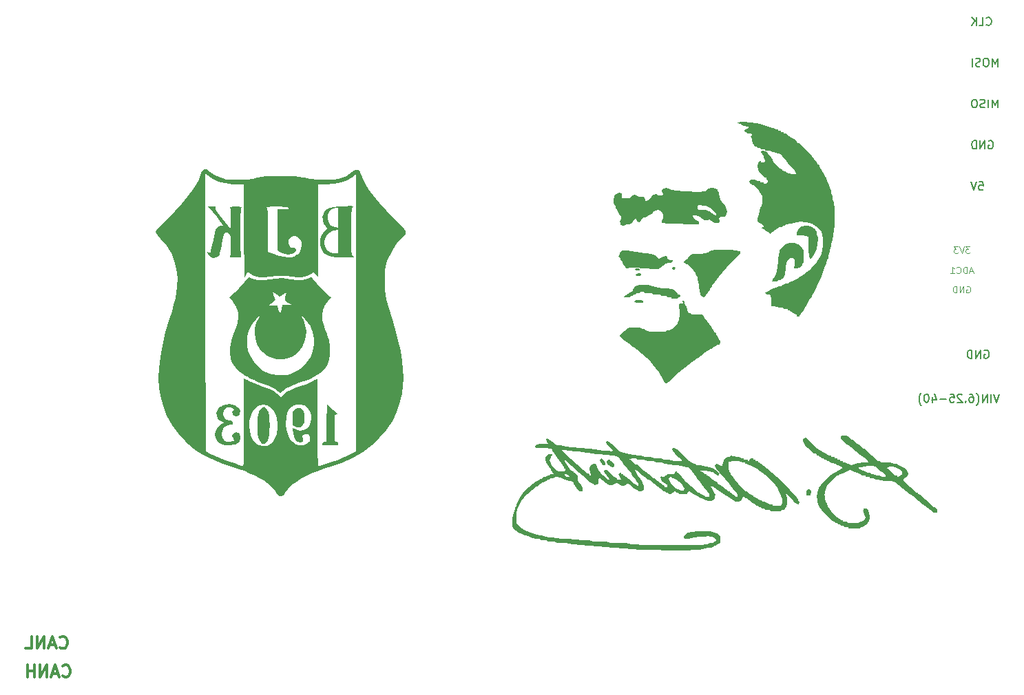
<source format=gbr>
%TF.GenerationSoftware,KiCad,Pcbnew,9.0.3*%
%TF.CreationDate,2025-07-30T09:19:55+03:00*%
%TF.ProjectId,KiCad Projeleri,4b694361-6420-4507-926f-6a656c657269,rev?*%
%TF.SameCoordinates,Original*%
%TF.FileFunction,Legend,Bot*%
%TF.FilePolarity,Positive*%
%FSLAX46Y46*%
G04 Gerber Fmt 4.6, Leading zero omitted, Abs format (unit mm)*
G04 Created by KiCad (PCBNEW 9.0.3) date 2025-07-30 09:19:55*
%MOMM*%
%LPD*%
G01*
G04 APERTURE LIST*
%ADD10C,0.187500*%
%ADD11C,0.300000*%
%ADD12C,0.125000*%
%ADD13C,0.000000*%
G04 APERTURE END LIST*
D10*
X218458549Y-62552869D02*
X218458549Y-61552869D01*
X218458549Y-61552869D02*
X218125216Y-62267154D01*
X218125216Y-62267154D02*
X217791883Y-61552869D01*
X217791883Y-61552869D02*
X217791883Y-62552869D01*
X217125216Y-61552869D02*
X216934740Y-61552869D01*
X216934740Y-61552869D02*
X216839502Y-61600488D01*
X216839502Y-61600488D02*
X216744264Y-61695726D01*
X216744264Y-61695726D02*
X216696645Y-61886202D01*
X216696645Y-61886202D02*
X216696645Y-62219535D01*
X216696645Y-62219535D02*
X216744264Y-62410011D01*
X216744264Y-62410011D02*
X216839502Y-62505250D01*
X216839502Y-62505250D02*
X216934740Y-62552869D01*
X216934740Y-62552869D02*
X217125216Y-62552869D01*
X217125216Y-62552869D02*
X217220454Y-62505250D01*
X217220454Y-62505250D02*
X217315692Y-62410011D01*
X217315692Y-62410011D02*
X217363311Y-62219535D01*
X217363311Y-62219535D02*
X217363311Y-61886202D01*
X217363311Y-61886202D02*
X217315692Y-61695726D01*
X217315692Y-61695726D02*
X217220454Y-61600488D01*
X217220454Y-61600488D02*
X217125216Y-61552869D01*
X216315692Y-62505250D02*
X216172835Y-62552869D01*
X216172835Y-62552869D02*
X215934740Y-62552869D01*
X215934740Y-62552869D02*
X215839502Y-62505250D01*
X215839502Y-62505250D02*
X215791883Y-62457630D01*
X215791883Y-62457630D02*
X215744264Y-62362392D01*
X215744264Y-62362392D02*
X215744264Y-62267154D01*
X215744264Y-62267154D02*
X215791883Y-62171916D01*
X215791883Y-62171916D02*
X215839502Y-62124297D01*
X215839502Y-62124297D02*
X215934740Y-62076678D01*
X215934740Y-62076678D02*
X216125216Y-62029059D01*
X216125216Y-62029059D02*
X216220454Y-61981440D01*
X216220454Y-61981440D02*
X216268073Y-61933821D01*
X216268073Y-61933821D02*
X216315692Y-61838583D01*
X216315692Y-61838583D02*
X216315692Y-61743345D01*
X216315692Y-61743345D02*
X216268073Y-61648107D01*
X216268073Y-61648107D02*
X216220454Y-61600488D01*
X216220454Y-61600488D02*
X216125216Y-61552869D01*
X216125216Y-61552869D02*
X215887121Y-61552869D01*
X215887121Y-61552869D02*
X215744264Y-61600488D01*
X215315692Y-62552869D02*
X215315692Y-61552869D01*
D11*
X103171203Y-134027971D02*
X103242631Y-134099400D01*
X103242631Y-134099400D02*
X103456917Y-134170828D01*
X103456917Y-134170828D02*
X103599774Y-134170828D01*
X103599774Y-134170828D02*
X103814060Y-134099400D01*
X103814060Y-134099400D02*
X103956917Y-133956542D01*
X103956917Y-133956542D02*
X104028346Y-133813685D01*
X104028346Y-133813685D02*
X104099774Y-133527971D01*
X104099774Y-133527971D02*
X104099774Y-133313685D01*
X104099774Y-133313685D02*
X104028346Y-133027971D01*
X104028346Y-133027971D02*
X103956917Y-132885114D01*
X103956917Y-132885114D02*
X103814060Y-132742257D01*
X103814060Y-132742257D02*
X103599774Y-132670828D01*
X103599774Y-132670828D02*
X103456917Y-132670828D01*
X103456917Y-132670828D02*
X103242631Y-132742257D01*
X103242631Y-132742257D02*
X103171203Y-132813685D01*
X102599774Y-133742257D02*
X101885489Y-133742257D01*
X102742631Y-134170828D02*
X102242631Y-132670828D01*
X102242631Y-132670828D02*
X101742631Y-134170828D01*
X101242632Y-134170828D02*
X101242632Y-132670828D01*
X101242632Y-132670828D02*
X100385489Y-134170828D01*
X100385489Y-134170828D02*
X100385489Y-132670828D01*
X98956917Y-134170828D02*
X99671203Y-134170828D01*
X99671203Y-134170828D02*
X99671203Y-132670828D01*
D12*
X214658240Y-89633690D02*
X214734430Y-89595595D01*
X214734430Y-89595595D02*
X214848716Y-89595595D01*
X214848716Y-89595595D02*
X214963002Y-89633690D01*
X214963002Y-89633690D02*
X215039192Y-89709880D01*
X215039192Y-89709880D02*
X215077287Y-89786071D01*
X215077287Y-89786071D02*
X215115383Y-89938452D01*
X215115383Y-89938452D02*
X215115383Y-90052738D01*
X215115383Y-90052738D02*
X215077287Y-90205119D01*
X215077287Y-90205119D02*
X215039192Y-90281309D01*
X215039192Y-90281309D02*
X214963002Y-90357500D01*
X214963002Y-90357500D02*
X214848716Y-90395595D01*
X214848716Y-90395595D02*
X214772525Y-90395595D01*
X214772525Y-90395595D02*
X214658240Y-90357500D01*
X214658240Y-90357500D02*
X214620144Y-90319404D01*
X214620144Y-90319404D02*
X214620144Y-90052738D01*
X214620144Y-90052738D02*
X214772525Y-90052738D01*
X214277287Y-90395595D02*
X214277287Y-89595595D01*
X214277287Y-89595595D02*
X213820144Y-90395595D01*
X213820144Y-90395595D02*
X213820144Y-89595595D01*
X213439192Y-90395595D02*
X213439192Y-89595595D01*
X213439192Y-89595595D02*
X213248716Y-89595595D01*
X213248716Y-89595595D02*
X213134430Y-89633690D01*
X213134430Y-89633690D02*
X213058240Y-89709880D01*
X213058240Y-89709880D02*
X213020145Y-89786071D01*
X213020145Y-89786071D02*
X212982049Y-89938452D01*
X212982049Y-89938452D02*
X212982049Y-90052738D01*
X212982049Y-90052738D02*
X213020145Y-90205119D01*
X213020145Y-90205119D02*
X213058240Y-90281309D01*
X213058240Y-90281309D02*
X213134430Y-90357500D01*
X213134430Y-90357500D02*
X213248716Y-90395595D01*
X213248716Y-90395595D02*
X213439192Y-90395595D01*
X215420145Y-87767023D02*
X215039192Y-87767023D01*
X215496335Y-87995595D02*
X215229668Y-87195595D01*
X215229668Y-87195595D02*
X214963002Y-87995595D01*
X214696335Y-87995595D02*
X214696335Y-87195595D01*
X214696335Y-87195595D02*
X214505859Y-87195595D01*
X214505859Y-87195595D02*
X214391573Y-87233690D01*
X214391573Y-87233690D02*
X214315383Y-87309880D01*
X214315383Y-87309880D02*
X214277288Y-87386071D01*
X214277288Y-87386071D02*
X214239192Y-87538452D01*
X214239192Y-87538452D02*
X214239192Y-87652738D01*
X214239192Y-87652738D02*
X214277288Y-87805119D01*
X214277288Y-87805119D02*
X214315383Y-87881309D01*
X214315383Y-87881309D02*
X214391573Y-87957500D01*
X214391573Y-87957500D02*
X214505859Y-87995595D01*
X214505859Y-87995595D02*
X214696335Y-87995595D01*
X213439192Y-87919404D02*
X213477288Y-87957500D01*
X213477288Y-87957500D02*
X213591573Y-87995595D01*
X213591573Y-87995595D02*
X213667764Y-87995595D01*
X213667764Y-87995595D02*
X213782050Y-87957500D01*
X213782050Y-87957500D02*
X213858240Y-87881309D01*
X213858240Y-87881309D02*
X213896335Y-87805119D01*
X213896335Y-87805119D02*
X213934431Y-87652738D01*
X213934431Y-87652738D02*
X213934431Y-87538452D01*
X213934431Y-87538452D02*
X213896335Y-87386071D01*
X213896335Y-87386071D02*
X213858240Y-87309880D01*
X213858240Y-87309880D02*
X213782050Y-87233690D01*
X213782050Y-87233690D02*
X213667764Y-87195595D01*
X213667764Y-87195595D02*
X213591573Y-87195595D01*
X213591573Y-87195595D02*
X213477288Y-87233690D01*
X213477288Y-87233690D02*
X213439192Y-87271785D01*
X212677288Y-87995595D02*
X213134431Y-87995595D01*
X212905859Y-87995595D02*
X212905859Y-87195595D01*
X212905859Y-87195595D02*
X212982050Y-87309880D01*
X212982050Y-87309880D02*
X213058240Y-87386071D01*
X213058240Y-87386071D02*
X213134431Y-87424166D01*
D10*
X218661406Y-102867869D02*
X218328073Y-103867869D01*
X218328073Y-103867869D02*
X217994740Y-102867869D01*
X217661406Y-103867869D02*
X217661406Y-102867869D01*
X217185216Y-103867869D02*
X217185216Y-102867869D01*
X217185216Y-102867869D02*
X216613788Y-103867869D01*
X216613788Y-103867869D02*
X216613788Y-102867869D01*
X215851883Y-104248821D02*
X215899502Y-104201202D01*
X215899502Y-104201202D02*
X215994740Y-104058345D01*
X215994740Y-104058345D02*
X216042359Y-103963107D01*
X216042359Y-103963107D02*
X216089978Y-103820250D01*
X216089978Y-103820250D02*
X216137597Y-103582154D01*
X216137597Y-103582154D02*
X216137597Y-103391678D01*
X216137597Y-103391678D02*
X216089978Y-103153583D01*
X216089978Y-103153583D02*
X216042359Y-103010726D01*
X216042359Y-103010726D02*
X215994740Y-102915488D01*
X215994740Y-102915488D02*
X215899502Y-102772630D01*
X215899502Y-102772630D02*
X215851883Y-102725011D01*
X215042359Y-102867869D02*
X215232835Y-102867869D01*
X215232835Y-102867869D02*
X215328073Y-102915488D01*
X215328073Y-102915488D02*
X215375692Y-102963107D01*
X215375692Y-102963107D02*
X215470930Y-103105964D01*
X215470930Y-103105964D02*
X215518549Y-103296440D01*
X215518549Y-103296440D02*
X215518549Y-103677392D01*
X215518549Y-103677392D02*
X215470930Y-103772630D01*
X215470930Y-103772630D02*
X215423311Y-103820250D01*
X215423311Y-103820250D02*
X215328073Y-103867869D01*
X215328073Y-103867869D02*
X215137597Y-103867869D01*
X215137597Y-103867869D02*
X215042359Y-103820250D01*
X215042359Y-103820250D02*
X214994740Y-103772630D01*
X214994740Y-103772630D02*
X214947121Y-103677392D01*
X214947121Y-103677392D02*
X214947121Y-103439297D01*
X214947121Y-103439297D02*
X214994740Y-103344059D01*
X214994740Y-103344059D02*
X215042359Y-103296440D01*
X215042359Y-103296440D02*
X215137597Y-103248821D01*
X215137597Y-103248821D02*
X215328073Y-103248821D01*
X215328073Y-103248821D02*
X215423311Y-103296440D01*
X215423311Y-103296440D02*
X215470930Y-103344059D01*
X215470930Y-103344059D02*
X215518549Y-103439297D01*
X214518549Y-103772630D02*
X214470930Y-103820250D01*
X214470930Y-103820250D02*
X214518549Y-103867869D01*
X214518549Y-103867869D02*
X214566168Y-103820250D01*
X214566168Y-103820250D02*
X214518549Y-103772630D01*
X214518549Y-103772630D02*
X214518549Y-103867869D01*
X214089978Y-102963107D02*
X214042359Y-102915488D01*
X214042359Y-102915488D02*
X213947121Y-102867869D01*
X213947121Y-102867869D02*
X213709026Y-102867869D01*
X213709026Y-102867869D02*
X213613788Y-102915488D01*
X213613788Y-102915488D02*
X213566169Y-102963107D01*
X213566169Y-102963107D02*
X213518550Y-103058345D01*
X213518550Y-103058345D02*
X213518550Y-103153583D01*
X213518550Y-103153583D02*
X213566169Y-103296440D01*
X213566169Y-103296440D02*
X214137597Y-103867869D01*
X214137597Y-103867869D02*
X213518550Y-103867869D01*
X212613788Y-102867869D02*
X213089978Y-102867869D01*
X213089978Y-102867869D02*
X213137597Y-103344059D01*
X213137597Y-103344059D02*
X213089978Y-103296440D01*
X213089978Y-103296440D02*
X212994740Y-103248821D01*
X212994740Y-103248821D02*
X212756645Y-103248821D01*
X212756645Y-103248821D02*
X212661407Y-103296440D01*
X212661407Y-103296440D02*
X212613788Y-103344059D01*
X212613788Y-103344059D02*
X212566169Y-103439297D01*
X212566169Y-103439297D02*
X212566169Y-103677392D01*
X212566169Y-103677392D02*
X212613788Y-103772630D01*
X212613788Y-103772630D02*
X212661407Y-103820250D01*
X212661407Y-103820250D02*
X212756645Y-103867869D01*
X212756645Y-103867869D02*
X212994740Y-103867869D01*
X212994740Y-103867869D02*
X213089978Y-103820250D01*
X213089978Y-103820250D02*
X213137597Y-103772630D01*
X212137597Y-103486916D02*
X211375693Y-103486916D01*
X210470931Y-103201202D02*
X210470931Y-103867869D01*
X210709026Y-102820250D02*
X210947121Y-103534535D01*
X210947121Y-103534535D02*
X210328074Y-103534535D01*
X209756645Y-102867869D02*
X209661407Y-102867869D01*
X209661407Y-102867869D02*
X209566169Y-102915488D01*
X209566169Y-102915488D02*
X209518550Y-102963107D01*
X209518550Y-102963107D02*
X209470931Y-103058345D01*
X209470931Y-103058345D02*
X209423312Y-103248821D01*
X209423312Y-103248821D02*
X209423312Y-103486916D01*
X209423312Y-103486916D02*
X209470931Y-103677392D01*
X209470931Y-103677392D02*
X209518550Y-103772630D01*
X209518550Y-103772630D02*
X209566169Y-103820250D01*
X209566169Y-103820250D02*
X209661407Y-103867869D01*
X209661407Y-103867869D02*
X209756645Y-103867869D01*
X209756645Y-103867869D02*
X209851883Y-103820250D01*
X209851883Y-103820250D02*
X209899502Y-103772630D01*
X209899502Y-103772630D02*
X209947121Y-103677392D01*
X209947121Y-103677392D02*
X209994740Y-103486916D01*
X209994740Y-103486916D02*
X209994740Y-103248821D01*
X209994740Y-103248821D02*
X209947121Y-103058345D01*
X209947121Y-103058345D02*
X209899502Y-102963107D01*
X209899502Y-102963107D02*
X209851883Y-102915488D01*
X209851883Y-102915488D02*
X209756645Y-102867869D01*
X209089978Y-104248821D02*
X209042359Y-104201202D01*
X209042359Y-104201202D02*
X208947121Y-104058345D01*
X208947121Y-104058345D02*
X208899502Y-103963107D01*
X208899502Y-103963107D02*
X208851883Y-103820250D01*
X208851883Y-103820250D02*
X208804264Y-103582154D01*
X208804264Y-103582154D02*
X208804264Y-103391678D01*
X208804264Y-103391678D02*
X208851883Y-103153583D01*
X208851883Y-103153583D02*
X208899502Y-103010726D01*
X208899502Y-103010726D02*
X208947121Y-102915488D01*
X208947121Y-102915488D02*
X209042359Y-102772630D01*
X209042359Y-102772630D02*
X209089978Y-102725011D01*
X217363312Y-71730488D02*
X217458550Y-71682869D01*
X217458550Y-71682869D02*
X217601407Y-71682869D01*
X217601407Y-71682869D02*
X217744264Y-71730488D01*
X217744264Y-71730488D02*
X217839502Y-71825726D01*
X217839502Y-71825726D02*
X217887121Y-71920964D01*
X217887121Y-71920964D02*
X217934740Y-72111440D01*
X217934740Y-72111440D02*
X217934740Y-72254297D01*
X217934740Y-72254297D02*
X217887121Y-72444773D01*
X217887121Y-72444773D02*
X217839502Y-72540011D01*
X217839502Y-72540011D02*
X217744264Y-72635250D01*
X217744264Y-72635250D02*
X217601407Y-72682869D01*
X217601407Y-72682869D02*
X217506169Y-72682869D01*
X217506169Y-72682869D02*
X217363312Y-72635250D01*
X217363312Y-72635250D02*
X217315693Y-72587630D01*
X217315693Y-72587630D02*
X217315693Y-72254297D01*
X217315693Y-72254297D02*
X217506169Y-72254297D01*
X216887121Y-72682869D02*
X216887121Y-71682869D01*
X216887121Y-71682869D02*
X216315693Y-72682869D01*
X216315693Y-72682869D02*
X216315693Y-71682869D01*
X215839502Y-72682869D02*
X215839502Y-71682869D01*
X215839502Y-71682869D02*
X215601407Y-71682869D01*
X215601407Y-71682869D02*
X215458550Y-71730488D01*
X215458550Y-71730488D02*
X215363312Y-71825726D01*
X215363312Y-71825726D02*
X215315693Y-71920964D01*
X215315693Y-71920964D02*
X215268074Y-72111440D01*
X215268074Y-72111440D02*
X215268074Y-72254297D01*
X215268074Y-72254297D02*
X215315693Y-72444773D01*
X215315693Y-72444773D02*
X215363312Y-72540011D01*
X215363312Y-72540011D02*
X215458550Y-72635250D01*
X215458550Y-72635250D02*
X215601407Y-72682869D01*
X215601407Y-72682869D02*
X215839502Y-72682869D01*
X216172836Y-76747869D02*
X216649026Y-76747869D01*
X216649026Y-76747869D02*
X216696645Y-77224059D01*
X216696645Y-77224059D02*
X216649026Y-77176440D01*
X216649026Y-77176440D02*
X216553788Y-77128821D01*
X216553788Y-77128821D02*
X216315693Y-77128821D01*
X216315693Y-77128821D02*
X216220455Y-77176440D01*
X216220455Y-77176440D02*
X216172836Y-77224059D01*
X216172836Y-77224059D02*
X216125217Y-77319297D01*
X216125217Y-77319297D02*
X216125217Y-77557392D01*
X216125217Y-77557392D02*
X216172836Y-77652630D01*
X216172836Y-77652630D02*
X216220455Y-77700250D01*
X216220455Y-77700250D02*
X216315693Y-77747869D01*
X216315693Y-77747869D02*
X216553788Y-77747869D01*
X216553788Y-77747869D02*
X216649026Y-77700250D01*
X216649026Y-77700250D02*
X216696645Y-77652630D01*
X215839502Y-76747869D02*
X215506169Y-77747869D01*
X215506169Y-77747869D02*
X215172836Y-76747869D01*
X218458549Y-67617869D02*
X218458549Y-66617869D01*
X218458549Y-66617869D02*
X218125216Y-67332154D01*
X218125216Y-67332154D02*
X217791883Y-66617869D01*
X217791883Y-66617869D02*
X217791883Y-67617869D01*
X217315692Y-67617869D02*
X217315692Y-66617869D01*
X216887121Y-67570250D02*
X216744264Y-67617869D01*
X216744264Y-67617869D02*
X216506169Y-67617869D01*
X216506169Y-67617869D02*
X216410931Y-67570250D01*
X216410931Y-67570250D02*
X216363312Y-67522630D01*
X216363312Y-67522630D02*
X216315693Y-67427392D01*
X216315693Y-67427392D02*
X216315693Y-67332154D01*
X216315693Y-67332154D02*
X216363312Y-67236916D01*
X216363312Y-67236916D02*
X216410931Y-67189297D01*
X216410931Y-67189297D02*
X216506169Y-67141678D01*
X216506169Y-67141678D02*
X216696645Y-67094059D01*
X216696645Y-67094059D02*
X216791883Y-67046440D01*
X216791883Y-67046440D02*
X216839502Y-66998821D01*
X216839502Y-66998821D02*
X216887121Y-66903583D01*
X216887121Y-66903583D02*
X216887121Y-66808345D01*
X216887121Y-66808345D02*
X216839502Y-66713107D01*
X216839502Y-66713107D02*
X216791883Y-66665488D01*
X216791883Y-66665488D02*
X216696645Y-66617869D01*
X216696645Y-66617869D02*
X216458550Y-66617869D01*
X216458550Y-66617869D02*
X216315693Y-66665488D01*
X215696645Y-66617869D02*
X215506169Y-66617869D01*
X215506169Y-66617869D02*
X215410931Y-66665488D01*
X215410931Y-66665488D02*
X215315693Y-66760726D01*
X215315693Y-66760726D02*
X215268074Y-66951202D01*
X215268074Y-66951202D02*
X215268074Y-67284535D01*
X215268074Y-67284535D02*
X215315693Y-67475011D01*
X215315693Y-67475011D02*
X215410931Y-67570250D01*
X215410931Y-67570250D02*
X215506169Y-67617869D01*
X215506169Y-67617869D02*
X215696645Y-67617869D01*
X215696645Y-67617869D02*
X215791883Y-67570250D01*
X215791883Y-67570250D02*
X215887121Y-67475011D01*
X215887121Y-67475011D02*
X215934740Y-67284535D01*
X215934740Y-67284535D02*
X215934740Y-66951202D01*
X215934740Y-66951202D02*
X215887121Y-66760726D01*
X215887121Y-66760726D02*
X215791883Y-66665488D01*
X215791883Y-66665488D02*
X215696645Y-66617869D01*
D12*
X215039192Y-84695595D02*
X214543954Y-84695595D01*
X214543954Y-84695595D02*
X214810620Y-85000357D01*
X214810620Y-85000357D02*
X214696335Y-85000357D01*
X214696335Y-85000357D02*
X214620144Y-85038452D01*
X214620144Y-85038452D02*
X214582049Y-85076547D01*
X214582049Y-85076547D02*
X214543954Y-85152738D01*
X214543954Y-85152738D02*
X214543954Y-85343214D01*
X214543954Y-85343214D02*
X214582049Y-85419404D01*
X214582049Y-85419404D02*
X214620144Y-85457500D01*
X214620144Y-85457500D02*
X214696335Y-85495595D01*
X214696335Y-85495595D02*
X214924906Y-85495595D01*
X214924906Y-85495595D02*
X215001097Y-85457500D01*
X215001097Y-85457500D02*
X215039192Y-85419404D01*
X214315382Y-84695595D02*
X214048715Y-85495595D01*
X214048715Y-85495595D02*
X213782049Y-84695595D01*
X213591573Y-84695595D02*
X213096335Y-84695595D01*
X213096335Y-84695595D02*
X213363001Y-85000357D01*
X213363001Y-85000357D02*
X213248716Y-85000357D01*
X213248716Y-85000357D02*
X213172525Y-85038452D01*
X213172525Y-85038452D02*
X213134430Y-85076547D01*
X213134430Y-85076547D02*
X213096335Y-85152738D01*
X213096335Y-85152738D02*
X213096335Y-85343214D01*
X213096335Y-85343214D02*
X213134430Y-85419404D01*
X213134430Y-85419404D02*
X213172525Y-85457500D01*
X213172525Y-85457500D02*
X213248716Y-85495595D01*
X213248716Y-85495595D02*
X213477287Y-85495595D01*
X213477287Y-85495595D02*
X213553478Y-85457500D01*
X213553478Y-85457500D02*
X213591573Y-85419404D01*
D11*
X103528346Y-137557971D02*
X103599774Y-137629400D01*
X103599774Y-137629400D02*
X103814060Y-137700828D01*
X103814060Y-137700828D02*
X103956917Y-137700828D01*
X103956917Y-137700828D02*
X104171203Y-137629400D01*
X104171203Y-137629400D02*
X104314060Y-137486542D01*
X104314060Y-137486542D02*
X104385489Y-137343685D01*
X104385489Y-137343685D02*
X104456917Y-137057971D01*
X104456917Y-137057971D02*
X104456917Y-136843685D01*
X104456917Y-136843685D02*
X104385489Y-136557971D01*
X104385489Y-136557971D02*
X104314060Y-136415114D01*
X104314060Y-136415114D02*
X104171203Y-136272257D01*
X104171203Y-136272257D02*
X103956917Y-136200828D01*
X103956917Y-136200828D02*
X103814060Y-136200828D01*
X103814060Y-136200828D02*
X103599774Y-136272257D01*
X103599774Y-136272257D02*
X103528346Y-136343685D01*
X102956917Y-137272257D02*
X102242632Y-137272257D01*
X103099774Y-137700828D02*
X102599774Y-136200828D01*
X102599774Y-136200828D02*
X102099774Y-137700828D01*
X101599775Y-137700828D02*
X101599775Y-136200828D01*
X101599775Y-136200828D02*
X100742632Y-137700828D01*
X100742632Y-137700828D02*
X100742632Y-136200828D01*
X100028346Y-137700828D02*
X100028346Y-136200828D01*
X100028346Y-136915114D02*
X99171203Y-136915114D01*
X99171203Y-137700828D02*
X99171203Y-136200828D01*
D10*
X217077598Y-57392630D02*
X217125217Y-57440250D01*
X217125217Y-57440250D02*
X217268074Y-57487869D01*
X217268074Y-57487869D02*
X217363312Y-57487869D01*
X217363312Y-57487869D02*
X217506169Y-57440250D01*
X217506169Y-57440250D02*
X217601407Y-57345011D01*
X217601407Y-57345011D02*
X217649026Y-57249773D01*
X217649026Y-57249773D02*
X217696645Y-57059297D01*
X217696645Y-57059297D02*
X217696645Y-56916440D01*
X217696645Y-56916440D02*
X217649026Y-56725964D01*
X217649026Y-56725964D02*
X217601407Y-56630726D01*
X217601407Y-56630726D02*
X217506169Y-56535488D01*
X217506169Y-56535488D02*
X217363312Y-56487869D01*
X217363312Y-56487869D02*
X217268074Y-56487869D01*
X217268074Y-56487869D02*
X217125217Y-56535488D01*
X217125217Y-56535488D02*
X217077598Y-56583107D01*
X216172836Y-57487869D02*
X216649026Y-57487869D01*
X216649026Y-57487869D02*
X216649026Y-56487869D01*
X215839502Y-57487869D02*
X215839502Y-56487869D01*
X215268074Y-57487869D02*
X215696645Y-56916440D01*
X215268074Y-56487869D02*
X215839502Y-57059297D01*
X216824740Y-97495488D02*
X216919978Y-97447869D01*
X216919978Y-97447869D02*
X217062835Y-97447869D01*
X217062835Y-97447869D02*
X217205692Y-97495488D01*
X217205692Y-97495488D02*
X217300930Y-97590726D01*
X217300930Y-97590726D02*
X217348549Y-97685964D01*
X217348549Y-97685964D02*
X217396168Y-97876440D01*
X217396168Y-97876440D02*
X217396168Y-98019297D01*
X217396168Y-98019297D02*
X217348549Y-98209773D01*
X217348549Y-98209773D02*
X217300930Y-98305011D01*
X217300930Y-98305011D02*
X217205692Y-98400250D01*
X217205692Y-98400250D02*
X217062835Y-98447869D01*
X217062835Y-98447869D02*
X216967597Y-98447869D01*
X216967597Y-98447869D02*
X216824740Y-98400250D01*
X216824740Y-98400250D02*
X216777121Y-98352630D01*
X216777121Y-98352630D02*
X216777121Y-98019297D01*
X216777121Y-98019297D02*
X216967597Y-98019297D01*
X216348549Y-98447869D02*
X216348549Y-97447869D01*
X216348549Y-97447869D02*
X215777121Y-98447869D01*
X215777121Y-98447869D02*
X215777121Y-97447869D01*
X215300930Y-98447869D02*
X215300930Y-97447869D01*
X215300930Y-97447869D02*
X215062835Y-97447869D01*
X215062835Y-97447869D02*
X214919978Y-97495488D01*
X214919978Y-97495488D02*
X214824740Y-97590726D01*
X214824740Y-97590726D02*
X214777121Y-97685964D01*
X214777121Y-97685964D02*
X214729502Y-97876440D01*
X214729502Y-97876440D02*
X214729502Y-98019297D01*
X214729502Y-98019297D02*
X214777121Y-98209773D01*
X214777121Y-98209773D02*
X214824740Y-98305011D01*
X214824740Y-98305011D02*
X214919978Y-98400250D01*
X214919978Y-98400250D02*
X215062835Y-98447869D01*
X215062835Y-98447869D02*
X215300930Y-98447869D01*
D13*
%TO.C,G\u002A\u002A\u002A*%
G36*
X132725866Y-104573558D02*
G01*
X132991976Y-104746725D01*
X133078152Y-104851475D01*
X133158497Y-105016403D01*
X133204846Y-105248797D01*
X133231491Y-105599547D01*
X133237733Y-105878374D01*
X133195791Y-106325752D01*
X133076905Y-106648135D01*
X132875493Y-106865371D01*
X132622200Y-106972184D01*
X132304021Y-106953586D01*
X132000555Y-106784663D01*
X131892294Y-106683343D01*
X131820289Y-106574067D01*
X131781600Y-106421231D01*
X131765935Y-106182917D01*
X131763001Y-105817205D01*
X131763114Y-105749786D01*
X131771437Y-105383445D01*
X131798574Y-105135141D01*
X131852402Y-104960473D01*
X131940798Y-104815041D01*
X132127862Y-104641844D01*
X132420522Y-104539722D01*
X132725866Y-104573558D01*
G37*
G36*
X136704815Y-104717673D02*
G01*
X136828170Y-104825955D01*
X137089892Y-105060844D01*
X137242431Y-105212672D01*
X137300457Y-105300940D01*
X137278640Y-105345146D01*
X137191648Y-105364790D01*
X136970001Y-105391580D01*
X136970001Y-107035343D01*
X136970001Y-108679106D01*
X137181667Y-108732231D01*
X137336913Y-108811235D01*
X137393334Y-108987844D01*
X137390134Y-109063926D01*
X137361735Y-109125420D01*
X137279318Y-109162812D01*
X137114053Y-109182098D01*
X136837113Y-109189273D01*
X136419667Y-109190333D01*
X135446001Y-109190333D01*
X135446001Y-108984290D01*
X135447247Y-108943671D01*
X135503830Y-108806047D01*
X135678834Y-108751456D01*
X135911667Y-108724666D01*
X135954001Y-106411006D01*
X135996334Y-104097346D01*
X136704815Y-104717673D01*
G37*
G36*
X128530316Y-104601369D02*
G01*
X128678748Y-104805019D01*
X128807412Y-105104148D01*
X128893959Y-105494501D01*
X128943732Y-106001442D01*
X128962077Y-106650333D01*
X128962233Y-106679336D01*
X128951166Y-107343062D01*
X128907933Y-107864225D01*
X128827900Y-108266455D01*
X128706434Y-108573380D01*
X128538904Y-108808630D01*
X128527004Y-108821214D01*
X128353711Y-108962734D01*
X128207001Y-109020999D01*
X128067791Y-108975821D01*
X127874099Y-108799748D01*
X127695356Y-108526570D01*
X127561641Y-108194796D01*
X127542877Y-108121333D01*
X127489440Y-107770913D01*
X127457726Y-107320272D01*
X127447121Y-106814177D01*
X127457014Y-106297390D01*
X127486791Y-105814678D01*
X127535842Y-105410805D01*
X127603554Y-105130536D01*
X127680155Y-104949238D01*
X127876881Y-104633732D01*
X128092185Y-104465997D01*
X128314015Y-104452915D01*
X128530316Y-104601369D01*
G37*
G36*
X124369670Y-104154381D02*
G01*
X124737226Y-104278373D01*
X125038383Y-104465807D01*
X125247602Y-104704874D01*
X125339344Y-104983766D01*
X125288069Y-105290672D01*
X125265519Y-105339912D01*
X125082039Y-105550858D01*
X124838059Y-105612448D01*
X124565717Y-105514714D01*
X124525089Y-105485002D01*
X124382843Y-105287133D01*
X124365745Y-105062853D01*
X124481667Y-104872333D01*
X124496700Y-104859633D01*
X124596527Y-104734390D01*
X124548318Y-104636415D01*
X124342033Y-104541948D01*
X124241493Y-104508916D01*
X123953447Y-104457083D01*
X123726978Y-104515892D01*
X123501488Y-104696486D01*
X123435769Y-104766045D01*
X123292794Y-104997814D01*
X123254001Y-105284432D01*
X123268209Y-105468222D01*
X123396488Y-105793648D01*
X123655022Y-106012051D01*
X124039961Y-106119340D01*
X124161615Y-106134279D01*
X124345397Y-106175980D01*
X124423223Y-106251393D01*
X124439334Y-106390564D01*
X124427633Y-106519252D01*
X124350346Y-106601627D01*
X124155698Y-106624813D01*
X124065235Y-106630383D01*
X123660415Y-106744072D01*
X123351301Y-106987780D01*
X123154012Y-107343898D01*
X123084667Y-107794818D01*
X123086381Y-107854542D01*
X123155331Y-108195467D01*
X123303967Y-108490981D01*
X123503311Y-108679823D01*
X123691651Y-108743466D01*
X124044283Y-108756928D01*
X124426410Y-108674151D01*
X124692754Y-108581303D01*
X124523711Y-108366400D01*
X124505900Y-108343099D01*
X124372220Y-108065881D01*
X124389773Y-107816775D01*
X124557369Y-107622088D01*
X124609617Y-107592197D01*
X124867475Y-107534889D01*
X125115854Y-107593252D01*
X125288234Y-107755172D01*
X125301419Y-107781831D01*
X125365771Y-108073526D01*
X125340896Y-108401473D01*
X125232449Y-108672656D01*
X125193140Y-108720325D01*
X124995034Y-108885083D01*
X124745616Y-109028302D01*
X124511334Y-109107952D01*
X124065281Y-109174178D01*
X123597908Y-109164898D01*
X123190250Y-109077546D01*
X122825851Y-108873859D01*
X122514998Y-108564152D01*
X122318940Y-108205372D01*
X122259019Y-107911630D01*
X122288624Y-107481856D01*
X122440856Y-107085450D01*
X122698043Y-106762746D01*
X123042512Y-106554073D01*
X123091918Y-106535545D01*
X123266878Y-106456294D01*
X123336483Y-106400491D01*
X123322624Y-106381515D01*
X123201229Y-106301978D01*
X122995915Y-106197951D01*
X122854399Y-106120531D01*
X122579945Y-105860567D01*
X122435267Y-105539594D01*
X122418378Y-105189616D01*
X122527294Y-104842634D01*
X122760027Y-104530652D01*
X123114592Y-104285673D01*
X123124004Y-104281152D01*
X123537520Y-104143961D01*
X123961255Y-104105641D01*
X124369670Y-104154381D01*
G37*
G36*
X139005136Y-81467432D02*
G01*
X139002638Y-82088048D01*
X139002001Y-82860209D01*
X139002175Y-83522621D01*
X139003395Y-84128999D01*
X139003454Y-84158512D01*
X139006944Y-84658634D01*
X139013751Y-85041111D01*
X139024978Y-85324067D01*
X139041731Y-85525627D01*
X139065114Y-85663913D01*
X139096233Y-85757050D01*
X139136190Y-85823163D01*
X139186093Y-85880376D01*
X139370185Y-86076333D01*
X138529926Y-86071767D01*
X137893099Y-86059362D01*
X137167953Y-86011557D01*
X136582126Y-85921739D01*
X136119916Y-85782981D01*
X135765621Y-85588357D01*
X135503539Y-85330941D01*
X135317967Y-85003808D01*
X135193203Y-84600032D01*
X135148840Y-84332037D01*
X135160757Y-84029318D01*
X135716226Y-84029318D01*
X135725166Y-84446208D01*
X135840810Y-84836439D01*
X136064016Y-85165780D01*
X136395641Y-85399999D01*
X136481537Y-85435617D01*
X136794672Y-85528378D01*
X137075834Y-85566473D01*
X137393334Y-85568333D01*
X137393334Y-84128999D01*
X137393334Y-82689666D01*
X137114941Y-82689666D01*
X137022513Y-82697215D01*
X136744312Y-82764953D01*
X136458774Y-82880166D01*
X136321058Y-82961014D01*
X136015030Y-83252489D01*
X135813134Y-83620001D01*
X135716226Y-84029318D01*
X135160757Y-84029318D01*
X135170123Y-83791414D01*
X135353168Y-83299742D01*
X135699628Y-82851309D01*
X135812430Y-82738050D01*
X135974182Y-82564680D01*
X136038382Y-82457003D01*
X136020495Y-82378455D01*
X135935987Y-82292472D01*
X135860319Y-82217672D01*
X135621711Y-81864493D01*
X135485049Y-81455146D01*
X135474302Y-81260651D01*
X136092019Y-81260651D01*
X136170121Y-81628067D01*
X136322608Y-81936702D01*
X136540352Y-82136067D01*
X136551959Y-82141939D01*
X136799798Y-82238041D01*
X137078760Y-82310830D01*
X137393334Y-82369844D01*
X137393334Y-81175088D01*
X137393334Y-79980333D01*
X137173296Y-79980333D01*
X137135198Y-79981396D01*
X136798740Y-80061476D01*
X136474168Y-80239442D01*
X136239874Y-80473845D01*
X136195472Y-80551429D01*
X136097427Y-80884941D01*
X136092019Y-81260651D01*
X135474302Y-81260651D01*
X135462181Y-81041302D01*
X135564956Y-80674628D01*
X135613165Y-80586542D01*
X135809937Y-80311924D01*
X136057855Y-80102772D01*
X136380286Y-79950260D01*
X136800598Y-79845563D01*
X137342158Y-79779857D01*
X138028334Y-79744317D01*
X138355216Y-79734523D01*
X138745905Y-79725069D01*
X139003677Y-79725140D01*
X139150761Y-79737239D01*
X139209385Y-79763873D01*
X139201778Y-79807547D01*
X139150167Y-79870767D01*
X139148795Y-79872307D01*
X139108583Y-79930130D01*
X139076403Y-80014993D01*
X139051375Y-80144683D01*
X139032615Y-80336985D01*
X139019243Y-80609687D01*
X139010377Y-80980574D01*
X139008283Y-81175088D01*
X139005136Y-81467432D01*
G37*
G36*
X122123297Y-79771605D02*
G01*
X122286730Y-79789658D01*
X122338735Y-79834240D01*
X122311433Y-79916657D01*
X122299601Y-79971246D01*
X122329242Y-80083794D01*
X122421759Y-80256550D01*
X122588257Y-80507211D01*
X122839841Y-80853478D01*
X123187616Y-81313047D01*
X124143001Y-82561445D01*
X124166486Y-81303525D01*
X124171247Y-80798576D01*
X124161784Y-80352673D01*
X124135680Y-80064532D01*
X124092619Y-79928302D01*
X124074704Y-79902067D01*
X124085520Y-79855889D01*
X124190825Y-79828134D01*
X124415536Y-79814579D01*
X124784567Y-79810999D01*
X124804609Y-79811007D01*
X125171858Y-79816099D01*
X125391690Y-79832680D01*
X125484897Y-79863823D01*
X125472267Y-79912599D01*
X125443419Y-79988487D01*
X125419564Y-80164442D01*
X125400921Y-80451509D01*
X125387100Y-80861328D01*
X125377711Y-81405535D01*
X125372363Y-82095768D01*
X125370667Y-82943666D01*
X125372299Y-83777104D01*
X125377574Y-84470196D01*
X125386884Y-85017043D01*
X125400618Y-85429282D01*
X125419166Y-85718552D01*
X125442919Y-85896489D01*
X125472267Y-85974733D01*
X125473791Y-85976278D01*
X125484066Y-86024722D01*
X125387749Y-86055470D01*
X125163993Y-86071636D01*
X124791955Y-86076333D01*
X124776138Y-86076331D01*
X124416728Y-86074166D01*
X124197405Y-86063366D01*
X124089942Y-86037271D01*
X124066113Y-85989223D01*
X124097689Y-85912565D01*
X124107338Y-85887415D01*
X124138113Y-85702750D01*
X124162859Y-85393721D01*
X124179343Y-84995232D01*
X124185334Y-84542189D01*
X124185333Y-84528347D01*
X124183502Y-84052912D01*
X124175453Y-83715624D01*
X124157195Y-83486068D01*
X124124735Y-83333827D01*
X124074082Y-83228484D01*
X124001242Y-83139623D01*
X123822684Y-82996383D01*
X123606541Y-82955143D01*
X123419417Y-83075385D01*
X123400185Y-83109423D01*
X123336343Y-83295489D01*
X123255016Y-83601250D01*
X123164660Y-83993371D01*
X123073727Y-84438515D01*
X123036748Y-84626145D01*
X122945051Y-85053454D01*
X122857429Y-85413991D01*
X122782333Y-85674428D01*
X122728211Y-85801435D01*
X122586563Y-85919644D01*
X122374195Y-86035907D01*
X122077283Y-86094656D01*
X121763404Y-86014737D01*
X121497696Y-85797581D01*
X121311085Y-85459943D01*
X121309844Y-85456384D01*
X121256828Y-85289705D01*
X121274917Y-85259419D01*
X121376586Y-85343319D01*
X121488166Y-85432982D01*
X121585522Y-85483666D01*
X121615723Y-85475921D01*
X121682204Y-85396822D01*
X121751344Y-85218361D01*
X121827920Y-84923396D01*
X121916708Y-84494786D01*
X122022483Y-83915389D01*
X122103748Y-83469169D01*
X122202072Y-83006098D01*
X122299590Y-82672103D01*
X122407689Y-82444921D01*
X122537755Y-82302295D01*
X122701176Y-82221963D01*
X122909337Y-82181666D01*
X123267459Y-82139333D01*
X122451373Y-81055248D01*
X122275553Y-80824313D01*
X122004996Y-80479527D01*
X121774359Y-80198438D01*
X121603758Y-80005296D01*
X121513311Y-79924356D01*
X121409831Y-79871243D01*
X121414637Y-79815975D01*
X121577107Y-79780923D01*
X121890985Y-79768666D01*
X122123297Y-79771605D01*
G37*
G36*
X135651769Y-92156771D02*
G01*
X135513653Y-92500927D01*
X135404508Y-93129880D01*
X135450074Y-93813531D01*
X135650357Y-94542999D01*
X135788279Y-94915693D01*
X135986599Y-95456896D01*
X136136471Y-95880549D01*
X136244716Y-96212797D01*
X136318152Y-96479786D01*
X136363598Y-96707662D01*
X136375785Y-96815559D01*
X136387873Y-96922571D01*
X136397796Y-97150659D01*
X136400186Y-97418072D01*
X136374600Y-97999120D01*
X136249583Y-98694189D01*
X136012241Y-99302667D01*
X135653388Y-99834779D01*
X135163837Y-100300748D01*
X134534404Y-100710801D01*
X133755900Y-101075161D01*
X132819142Y-101404053D01*
X132367817Y-101551002D01*
X131624012Y-101838686D01*
X131031287Y-102138460D01*
X130577667Y-102455946D01*
X130239001Y-102742384D01*
X130027334Y-102545910D01*
X129559285Y-102189886D01*
X128945392Y-101860281D01*
X128249334Y-101599053D01*
X127948786Y-101497533D01*
X127497626Y-101323944D01*
X127012146Y-101119630D01*
X126556001Y-100910477D01*
X126338046Y-100803624D01*
X125923211Y-100584128D01*
X125598043Y-100379036D01*
X125314619Y-100156202D01*
X125025016Y-99883477D01*
X124747357Y-99586390D01*
X124476942Y-99215487D01*
X124297014Y-98824236D01*
X124186588Y-98363725D01*
X124124678Y-97785045D01*
X124120842Y-97725238D01*
X124112550Y-97232935D01*
X124152339Y-96796403D01*
X126182688Y-96796403D01*
X126329881Y-97554245D01*
X126617037Y-98272659D01*
X127031309Y-98930125D01*
X127559851Y-99505127D01*
X128189817Y-99976144D01*
X128908360Y-100321660D01*
X129316124Y-100433393D01*
X129873562Y-100512660D01*
X130458947Y-100534661D01*
X131010557Y-100497523D01*
X131466667Y-100399369D01*
X131757381Y-100295762D01*
X132292671Y-100050663D01*
X132755184Y-99743438D01*
X133210906Y-99333773D01*
X133494689Y-99022165D01*
X133956217Y-98339058D01*
X134264536Y-97598112D01*
X134415650Y-96815559D01*
X134405567Y-96007632D01*
X134230292Y-95190562D01*
X134183687Y-95054464D01*
X133957819Y-94546345D01*
X133667233Y-94053010D01*
X133344397Y-93624914D01*
X133021778Y-93312512D01*
X133000542Y-93296368D01*
X132819475Y-93168491D01*
X132751840Y-93152073D01*
X132794093Y-93254813D01*
X132942693Y-93484408D01*
X133114771Y-93774689D01*
X133351183Y-94403709D01*
X133447979Y-95073185D01*
X133410730Y-95755181D01*
X133245004Y-96421761D01*
X132956369Y-97044990D01*
X132550394Y-97596932D01*
X132032648Y-98049652D01*
X131759717Y-98219256D01*
X131126140Y-98487017D01*
X130482403Y-98603790D01*
X129846446Y-98579597D01*
X129236208Y-98424460D01*
X128669628Y-98148399D01*
X128164646Y-97761437D01*
X127739200Y-97273594D01*
X127411231Y-96694893D01*
X127198677Y-96035354D01*
X127119477Y-95304999D01*
X127153172Y-94755430D01*
X127318757Y-94076016D01*
X127617424Y-93488168D01*
X127622232Y-93481066D01*
X127742263Y-93281399D01*
X127757006Y-93200988D01*
X127676624Y-93235587D01*
X127511280Y-93380951D01*
X127271137Y-93632833D01*
X127116168Y-93817270D01*
X126714023Y-94432960D01*
X126403576Y-95120811D01*
X126217189Y-95813858D01*
X126188304Y-96020650D01*
X126182688Y-96796403D01*
X124152339Y-96796403D01*
X124155396Y-96762863D01*
X124257921Y-96272894D01*
X124428664Y-95720902D01*
X124676166Y-95064757D01*
X124772996Y-94820511D01*
X124909678Y-94455562D01*
X124996848Y-94171447D01*
X125045561Y-93919289D01*
X125066872Y-93650210D01*
X125071835Y-93315333D01*
X125071498Y-93177360D01*
X125060294Y-92827274D01*
X125025049Y-92570465D01*
X124954592Y-92349211D01*
X124837755Y-92105793D01*
X124739590Y-91933321D01*
X124716704Y-91898769D01*
X128896425Y-91898769D01*
X128938802Y-91928238D01*
X129110106Y-91952180D01*
X129372400Y-91961174D01*
X129887257Y-91960666D01*
X130049112Y-92426333D01*
X130121829Y-92630242D01*
X130198577Y-92831549D01*
X130239639Y-92920764D01*
X130271672Y-92869932D01*
X130334576Y-92694639D01*
X130412979Y-92433931D01*
X130557648Y-91918333D01*
X131116861Y-91918333D01*
X131676074Y-91918333D01*
X131231807Y-91619146D01*
X131059633Y-91499566D01*
X130893014Y-91348937D01*
X130831907Y-91193141D01*
X130862521Y-90981664D01*
X130971065Y-90663987D01*
X130981019Y-90636644D01*
X131033608Y-90448500D01*
X131002650Y-90381076D01*
X130873703Y-90431513D01*
X130632323Y-90596953D01*
X130221313Y-90898663D01*
X129811060Y-90606984D01*
X129624068Y-90478737D01*
X129451611Y-90372019D01*
X129375184Y-90340927D01*
X129381381Y-90403964D01*
X129430928Y-90587732D01*
X129514296Y-90845355D01*
X129679030Y-91324162D01*
X129307168Y-91580009D01*
X129164295Y-91680984D01*
X128983386Y-91818568D01*
X128896425Y-91898769D01*
X124716704Y-91898769D01*
X124519281Y-91600710D01*
X124300814Y-91324063D01*
X123998894Y-90989874D01*
X124676798Y-90352150D01*
X124835705Y-90198403D01*
X125201417Y-89820215D01*
X125556641Y-89425122D01*
X125842784Y-89077193D01*
X126017408Y-88855299D01*
X126222777Y-88623142D01*
X126366312Y-88509451D01*
X126464600Y-88498797D01*
X127045578Y-88718687D01*
X127682526Y-88854890D01*
X128319859Y-88863550D01*
X129011334Y-88749971D01*
X129595469Y-88645791D01*
X130545642Y-88614683D01*
X131509001Y-88752234D01*
X131645139Y-88781990D01*
X132264011Y-88871237D01*
X132826135Y-88857683D01*
X133390051Y-88735398D01*
X134014303Y-88498452D01*
X134027375Y-88494165D01*
X134126535Y-88520262D01*
X134277582Y-88642960D01*
X134495487Y-88876372D01*
X134795220Y-89234610D01*
X134856141Y-89309227D01*
X135427303Y-89969995D01*
X135933176Y-90480583D01*
X136371671Y-90838867D01*
X136577675Y-90982327D01*
X136234499Y-91328935D01*
X136087822Y-91494726D01*
X135846872Y-91824865D01*
X135791929Y-91918333D01*
X135651769Y-92156771D01*
G37*
G36*
X143915678Y-93230666D02*
G01*
X143966759Y-93392161D01*
X144417252Y-94895467D01*
X144780150Y-96272926D01*
X145057141Y-97540803D01*
X145249918Y-98715361D01*
X145360169Y-99812864D01*
X145389586Y-100849576D01*
X145339858Y-101841760D01*
X145212675Y-102805682D01*
X145009729Y-103757603D01*
X144985017Y-103853378D01*
X144582205Y-105055202D01*
X144027723Y-106193638D01*
X143329274Y-107261388D01*
X142494562Y-108251155D01*
X141531290Y-109155642D01*
X140447161Y-109967550D01*
X139249879Y-110679583D01*
X137947147Y-111284443D01*
X136546667Y-111774832D01*
X135878201Y-111979704D01*
X134981912Y-112279537D01*
X134208620Y-112574810D01*
X133531341Y-112876938D01*
X132923092Y-113197336D01*
X132356890Y-113547421D01*
X132272343Y-113604371D01*
X131652291Y-114077210D01*
X131194123Y-114538888D01*
X130901104Y-114986180D01*
X130887430Y-115013566D01*
X130742740Y-115224495D01*
X130586752Y-115357722D01*
X130463603Y-115411627D01*
X130339268Y-115449936D01*
X130169892Y-115404900D01*
X129962797Y-115232811D01*
X129780330Y-114966002D01*
X129671929Y-114793806D01*
X129411235Y-114477244D01*
X129071435Y-114132882D01*
X128691259Y-113798962D01*
X128309440Y-113513724D01*
X128228690Y-113460907D01*
X127743929Y-113180459D01*
X127151720Y-112883683D01*
X126499157Y-112591873D01*
X125833331Y-112326323D01*
X125201334Y-112108325D01*
X125016926Y-112050474D01*
X123949304Y-111701611D01*
X123020468Y-111369126D01*
X122206401Y-111041156D01*
X121483082Y-110705839D01*
X120826493Y-110351311D01*
X120212614Y-109965710D01*
X119617426Y-109537171D01*
X119016910Y-109053832D01*
X118595306Y-108677873D01*
X117710202Y-107729824D01*
X116947736Y-106677227D01*
X116318862Y-105538724D01*
X115834533Y-104332955D01*
X115505705Y-103078563D01*
X115367595Y-102155377D01*
X115299832Y-100960834D01*
X115344187Y-99685743D01*
X115501679Y-98321773D01*
X115773327Y-96860590D01*
X116160151Y-95293864D01*
X116663169Y-93613261D01*
X116940086Y-92723068D01*
X117180833Y-91863278D01*
X117362768Y-91095062D01*
X117493398Y-90386428D01*
X117580230Y-89705388D01*
X117624636Y-88587569D01*
X117521321Y-87511191D01*
X117263778Y-86497249D01*
X116848621Y-85535863D01*
X116272464Y-84617156D01*
X115531918Y-83731250D01*
X115500357Y-83697669D01*
X115193621Y-83347718D01*
X115014734Y-83088495D01*
X114956667Y-82909964D01*
X114959730Y-82879318D01*
X115012939Y-82754923D01*
X115142055Y-82576664D01*
X115359736Y-82329875D01*
X115678639Y-81999891D01*
X116111422Y-81572047D01*
X116310612Y-81376726D01*
X117276495Y-80394843D01*
X118125911Y-79469892D01*
X118854483Y-78607569D01*
X119457832Y-77813570D01*
X119931580Y-77093590D01*
X120271349Y-76453325D01*
X120472761Y-75898470D01*
X120530814Y-75729095D01*
X121052255Y-75729095D01*
X121073628Y-92819547D01*
X121095001Y-109909999D01*
X121687667Y-110225467D01*
X122117994Y-110439201D01*
X122878414Y-110766229D01*
X123746279Y-111089353D01*
X124685189Y-111394378D01*
X124975613Y-111482774D01*
X125307820Y-111585242D01*
X125555578Y-111663262D01*
X125680023Y-111704712D01*
X125687431Y-111705565D01*
X125709837Y-111675791D01*
X125728995Y-111587383D01*
X125745141Y-111429272D01*
X125758508Y-111190387D01*
X125769332Y-110859659D01*
X125777847Y-110426018D01*
X125784288Y-109878395D01*
X125788889Y-109205720D01*
X125791885Y-108396923D01*
X125793511Y-107440934D01*
X125793754Y-106888712D01*
X126487617Y-106888712D01*
X126517305Y-107268517D01*
X126651853Y-107938126D01*
X126884327Y-108479707D01*
X127212159Y-108888170D01*
X127632781Y-109158427D01*
X127717017Y-109191619D01*
X128181093Y-109276948D01*
X128631901Y-109204916D01*
X129049340Y-108985379D01*
X129413304Y-108628193D01*
X129703690Y-108143212D01*
X129774810Y-107973127D01*
X129839214Y-107758840D01*
X129877386Y-107511251D01*
X129895651Y-107185068D01*
X129900334Y-106734999D01*
X129898259Y-106450344D01*
X130958667Y-106450344D01*
X130958909Y-106497901D01*
X130979853Y-106734999D01*
X131020317Y-107193062D01*
X131182968Y-107818165D01*
X131436541Y-108351132D01*
X131770714Y-108769889D01*
X132175168Y-109052359D01*
X132247749Y-109084055D01*
X132672573Y-109180522D01*
X133107085Y-109152698D01*
X133501969Y-109009427D01*
X133807906Y-108759554D01*
X133870350Y-108661859D01*
X133937679Y-108402713D01*
X133913435Y-108133110D01*
X133807831Y-107909197D01*
X133631075Y-107787124D01*
X133614629Y-107783117D01*
X133302313Y-107763942D01*
X133093741Y-107864720D01*
X133005770Y-108068703D01*
X133055260Y-108359144D01*
X133086087Y-108450400D01*
X133101157Y-108654868D01*
X132986075Y-108763358D01*
X132726240Y-108795221D01*
X132680402Y-108793065D01*
X132407578Y-108688823D01*
X132167834Y-108448035D01*
X131976995Y-108098399D01*
X131850887Y-107667614D01*
X131805334Y-107183376D01*
X131809367Y-107056955D01*
X131849428Y-107015623D01*
X131968477Y-107110397D01*
X132036327Y-107163503D01*
X132348552Y-107302592D01*
X132723720Y-107360446D01*
X133088767Y-107323187D01*
X133154339Y-107303227D01*
X133504511Y-107101283D01*
X133783157Y-106780340D01*
X133977718Y-106375037D01*
X134075636Y-105920009D01*
X134064353Y-105449896D01*
X133931311Y-104999333D01*
X133922289Y-104980084D01*
X133640295Y-104562023D01*
X133268905Y-104273006D01*
X132835660Y-104122786D01*
X132368097Y-104121116D01*
X131893758Y-104277749D01*
X131726638Y-104376837D01*
X131386619Y-104704233D01*
X131147076Y-105154785D01*
X131005322Y-105734741D01*
X130958667Y-106450344D01*
X129898259Y-106450344D01*
X129897713Y-106375525D01*
X129883254Y-106026138D01*
X129850531Y-105766601D01*
X129793295Y-105552145D01*
X129705295Y-105337999D01*
X129439273Y-104872701D01*
X129080622Y-104494225D01*
X128656591Y-104269312D01*
X128163182Y-104194999D01*
X128124692Y-104195421D01*
X127734539Y-104260829D01*
X127385988Y-104451682D01*
X127040910Y-104788133D01*
X126770646Y-105179432D01*
X126586434Y-105648261D01*
X126494727Y-106208013D01*
X126487617Y-106888712D01*
X125793754Y-106888712D01*
X125794001Y-106326684D01*
X125794001Y-100904920D01*
X126153834Y-101102960D01*
X126224931Y-101139737D01*
X126487490Y-101261861D01*
X126853368Y-101420975D01*
X127284128Y-101600584D01*
X127741334Y-101784193D01*
X128084163Y-101920016D01*
X128640533Y-102146804D01*
X129073778Y-102335374D01*
X129407968Y-102497843D01*
X129667170Y-102646326D01*
X129875454Y-102792937D01*
X130056886Y-102949794D01*
X130359958Y-103235628D01*
X130624529Y-102962661D01*
X130810529Y-102792084D01*
X131123167Y-102574157D01*
X131526379Y-102361948D01*
X132045354Y-102142636D01*
X132705278Y-101903399D01*
X133086261Y-101765982D01*
X133538899Y-101587932D01*
X133943125Y-101414191D01*
X134242415Y-101268119D01*
X134267681Y-101254351D01*
X134529969Y-101114430D01*
X134725617Y-101015305D01*
X134813915Y-100977666D01*
X134815724Y-100983295D01*
X134822505Y-101107095D01*
X134828879Y-101382322D01*
X134834741Y-101794752D01*
X134839988Y-102330159D01*
X134844514Y-102974320D01*
X134848217Y-103713009D01*
X134850990Y-104532001D01*
X134852731Y-105417073D01*
X134853055Y-105920009D01*
X134853334Y-106353999D01*
X134853401Y-106602167D01*
X134854866Y-107526599D01*
X134858119Y-108395251D01*
X134862991Y-109193931D01*
X134869315Y-109908442D01*
X134876923Y-110524592D01*
X134885646Y-111028186D01*
X134895318Y-111405029D01*
X134905770Y-111640928D01*
X134916834Y-111721689D01*
X135109387Y-111680378D01*
X135450304Y-111583149D01*
X135887132Y-111443941D01*
X136387189Y-111274383D01*
X136917794Y-111086105D01*
X137446263Y-110890735D01*
X137939917Y-110699902D01*
X138366073Y-110525236D01*
X138692050Y-110378365D01*
X139594667Y-109938636D01*
X139594667Y-92832966D01*
X139594667Y-75727295D01*
X139245421Y-76042819D01*
X139047215Y-76205451D01*
X138440663Y-76561241D01*
X137705368Y-76822489D01*
X136851845Y-76986044D01*
X135890606Y-77048754D01*
X134938211Y-77059333D01*
X134938106Y-82769775D01*
X134938072Y-84622021D01*
X134938001Y-88480217D01*
X134643751Y-88195018D01*
X134349500Y-87909820D01*
X133941709Y-88131768D01*
X133932234Y-88136913D01*
X133556580Y-88317268D01*
X133199581Y-88428513D01*
X132815837Y-88476407D01*
X132359947Y-88466710D01*
X131786513Y-88405182D01*
X131738288Y-88398847D01*
X131111169Y-88326029D01*
X130591610Y-88290120D01*
X130125616Y-88291087D01*
X129659190Y-88328895D01*
X129138334Y-88403510D01*
X128896476Y-88441160D01*
X128302372Y-88506587D01*
X127815781Y-88506578D01*
X127398683Y-88435982D01*
X127013059Y-88289648D01*
X126620889Y-88062424D01*
X126304777Y-87853767D01*
X126070556Y-88207720D01*
X125836334Y-88561673D01*
X125814540Y-82810503D01*
X125803540Y-79907921D01*
X128572047Y-79907921D01*
X128617212Y-79965833D01*
X128635991Y-79989369D01*
X128671909Y-80061516D01*
X128700066Y-80175384D01*
X128721380Y-80349203D01*
X128736765Y-80601202D01*
X128747138Y-80949611D01*
X128753413Y-81412659D01*
X128756506Y-82008576D01*
X128757334Y-82755592D01*
X128757334Y-85390518D01*
X129692288Y-85692768D01*
X130154725Y-85834131D01*
X130747830Y-85979137D01*
X131235046Y-86041666D01*
X131641412Y-86022159D01*
X131991967Y-85921055D01*
X132311749Y-85738794D01*
X132342517Y-85716151D01*
X132631154Y-85409592D01*
X132816101Y-85032009D01*
X132894624Y-84622021D01*
X132863990Y-84218245D01*
X132721464Y-83859301D01*
X132464312Y-83583805D01*
X132453359Y-83576273D01*
X132157510Y-83455743D01*
X131850323Y-83456105D01*
X131574484Y-83561421D01*
X131372676Y-83755753D01*
X131287584Y-84023166D01*
X131303217Y-84373185D01*
X131410591Y-84675169D01*
X131616486Y-84841221D01*
X131922441Y-84873402D01*
X131957896Y-84870995D01*
X132145763Y-84911488D01*
X132222611Y-85030639D01*
X132199834Y-85196251D01*
X132088826Y-85376124D01*
X131900980Y-85538057D01*
X131647692Y-85649851D01*
X131638995Y-85652167D01*
X131245578Y-85698740D01*
X130827593Y-85626167D01*
X130344834Y-85427588D01*
X129942667Y-85226813D01*
X129942667Y-82688240D01*
X129942667Y-80149666D01*
X130663052Y-80149666D01*
X130985807Y-80148160D01*
X131203050Y-80138289D01*
X131305205Y-80112236D01*
X131320631Y-80062188D01*
X131277685Y-79980332D01*
X131258806Y-79952269D01*
X131200713Y-79896267D01*
X131105489Y-79857355D01*
X130946696Y-79832453D01*
X130697895Y-79818480D01*
X130332647Y-79812356D01*
X129824512Y-79810999D01*
X129467525Y-79811310D01*
X129066313Y-79814217D01*
X128797941Y-79822539D01*
X128640629Y-79839067D01*
X128572592Y-79866597D01*
X128572047Y-79907921D01*
X125803540Y-79907921D01*
X125792745Y-77059333D01*
X124798540Y-77050062D01*
X124402194Y-77037204D01*
X123480421Y-76928833D01*
X122654233Y-76715304D01*
X121939457Y-76401476D01*
X121351920Y-75992205D01*
X121052255Y-75729095D01*
X120530814Y-75729095D01*
X120555895Y-75655920D01*
X120730523Y-75375183D01*
X120943661Y-75216892D01*
X121171804Y-75204385D01*
X121234430Y-75231102D01*
X121430839Y-75358536D01*
X121645334Y-75538824D01*
X122108573Y-75884798D01*
X122703818Y-76175357D01*
X123390194Y-76388645D01*
X123680837Y-76440239D01*
X124220578Y-76487169D01*
X124851550Y-76500347D01*
X125529499Y-76481337D01*
X126210171Y-76431703D01*
X126849312Y-76353009D01*
X127402667Y-76246819D01*
X127527663Y-76217325D01*
X127789083Y-76161986D01*
X128046283Y-76120366D01*
X128328189Y-76090468D01*
X128663722Y-76070298D01*
X129081809Y-76057860D01*
X129611371Y-76051157D01*
X130281334Y-76048195D01*
X130782597Y-76047598D01*
X131341460Y-76050011D01*
X131783142Y-76058033D01*
X132137732Y-76073729D01*
X132435322Y-76099167D01*
X132706002Y-76136412D01*
X132979865Y-76187530D01*
X133287001Y-76254589D01*
X133581400Y-76318493D01*
X133930195Y-76381816D01*
X134272524Y-76424401D01*
X134652315Y-76450100D01*
X135113498Y-76462767D01*
X135700001Y-76466255D01*
X136095528Y-76465141D01*
X136574947Y-76457550D01*
X136937983Y-76440536D01*
X137216490Y-76411494D01*
X137442322Y-76367815D01*
X137647334Y-76306892D01*
X137905835Y-76214128D01*
X138356225Y-76020021D01*
X138718096Y-75805110D01*
X139045327Y-75539830D01*
X139269786Y-75355703D01*
X139462288Y-75266249D01*
X139670366Y-75256293D01*
X139776899Y-75267309D01*
X139890319Y-75298669D01*
X139980339Y-75374469D01*
X140067495Y-75523303D01*
X140172322Y-75773766D01*
X140315352Y-76154454D01*
X140351932Y-76249690D01*
X140668648Y-76913870D01*
X141118957Y-77644840D01*
X141705538Y-78446057D01*
X142431072Y-79320975D01*
X143298237Y-80273050D01*
X144309713Y-81305738D01*
X144591324Y-81585537D01*
X145011988Y-82011536D01*
X145324203Y-82347033D01*
X145536991Y-82609086D01*
X145659377Y-82814750D01*
X145700384Y-82981083D01*
X145669033Y-83125140D01*
X145574350Y-83263980D01*
X145425357Y-83414659D01*
X145278099Y-83559858D01*
X144863398Y-84031334D01*
X144446782Y-84582609D01*
X144069748Y-85156378D01*
X143773796Y-85695333D01*
X143733327Y-85779978D01*
X143501697Y-86295404D01*
X143334131Y-86749336D01*
X143221053Y-87187784D01*
X143152886Y-87656760D01*
X143120054Y-88202272D01*
X143112981Y-88870333D01*
X143113632Y-88984166D01*
X143127860Y-89574575D01*
X143164751Y-90111794D01*
X143230777Y-90630986D01*
X143332409Y-91167309D01*
X143476122Y-91755923D01*
X143668387Y-92431989D01*
X143792540Y-92832966D01*
X143915678Y-93230666D01*
G37*
G36*
X179242667Y-91432000D02*
G01*
X179200334Y-91474333D01*
X179158000Y-91432000D01*
X179200334Y-91389667D01*
X179242667Y-91432000D01*
G37*
G36*
X178756125Y-87257276D02*
G01*
X178859972Y-87333467D01*
X178808232Y-87466043D01*
X178746330Y-87537807D01*
X178668152Y-87572976D01*
X178529925Y-87528275D01*
X178498988Y-87514526D01*
X178400815Y-87404899D01*
X178437026Y-87292558D01*
X178593556Y-87241000D01*
X178756125Y-87257276D01*
G37*
G36*
X174260031Y-87412638D02*
G01*
X174445411Y-87449026D01*
X174501334Y-87537333D01*
X174498038Y-87591054D01*
X174456632Y-87650131D01*
X174334048Y-87654423D01*
X174088584Y-87611417D01*
X173898080Y-87554711D01*
X173833039Y-87486664D01*
X173923475Y-87432457D01*
X174162667Y-87410333D01*
X174260031Y-87412638D01*
G37*
G36*
X174527478Y-88012587D02*
G01*
X174642267Y-88061549D01*
X174670667Y-88172333D01*
X174668986Y-88196311D01*
X174580042Y-88313256D01*
X174385638Y-88347578D01*
X174127259Y-88290275D01*
X174004720Y-88214597D01*
X173990196Y-88115634D01*
X174105915Y-88035806D01*
X174332000Y-88003000D01*
X174527478Y-88012587D01*
G37*
G36*
X169775723Y-110785370D02*
G01*
X169958883Y-110894568D01*
X170124226Y-111090301D01*
X170230099Y-111313381D01*
X170234844Y-111504616D01*
X170154377Y-111608022D01*
X170009087Y-111587736D01*
X169798485Y-111417182D01*
X169779833Y-111397769D01*
X169649591Y-111200397D01*
X169592994Y-110998642D01*
X169615787Y-110841592D01*
X169723715Y-110778333D01*
X169775723Y-110785370D01*
G37*
G36*
X174632128Y-91312989D02*
G01*
X174816684Y-91345041D01*
X174886046Y-91412060D01*
X174867442Y-91524944D01*
X174780285Y-91597417D01*
X174582508Y-91636440D01*
X174333058Y-91632902D01*
X174086870Y-91592251D01*
X173898873Y-91519940D01*
X173824000Y-91421417D01*
X173863350Y-91357834D01*
X174019322Y-91317217D01*
X174317889Y-91305000D01*
X174632128Y-91312989D01*
G37*
G36*
X195377047Y-114591212D02*
G01*
X195383732Y-114594873D01*
X195545137Y-114768853D01*
X195579739Y-115000412D01*
X195477500Y-115226101D01*
X195363772Y-115298567D01*
X195160000Y-115328361D01*
X195077203Y-115314396D01*
X194966782Y-115230942D01*
X194921755Y-115032197D01*
X194922398Y-114858375D01*
X195002077Y-114640484D01*
X195161297Y-114544001D01*
X195377047Y-114591212D01*
G37*
G36*
X170788211Y-110968687D02*
G01*
X170860667Y-111032333D01*
X170871654Y-111068012D01*
X170977930Y-111117000D01*
X171059168Y-111148044D01*
X171199851Y-111286613D01*
X171318648Y-111477978D01*
X171368667Y-111657299D01*
X171359337Y-111711313D01*
X171262834Y-111822080D01*
X171164684Y-111844000D01*
X170920035Y-111797072D01*
X170684564Y-111646756D01*
X170507315Y-111430789D01*
X170437334Y-111186908D01*
X170440767Y-111100526D01*
X170494498Y-110977339D01*
X170649000Y-110947667D01*
X170788211Y-110968687D01*
G37*
G36*
X195102360Y-82167165D02*
G01*
X195431020Y-82223375D01*
X195668000Y-82330333D01*
X195848401Y-82447725D01*
X195985500Y-82497784D01*
X196047053Y-82530677D01*
X196091334Y-82669000D01*
X196107210Y-82767421D01*
X196176000Y-82838333D01*
X196194979Y-82846969D01*
X196241889Y-82964926D01*
X196260667Y-83177000D01*
X196262473Y-83245868D01*
X196294268Y-83439770D01*
X196354943Y-83515667D01*
X196409788Y-83581228D01*
X196389807Y-83790833D01*
X196361355Y-83952888D01*
X196321005Y-84261168D01*
X196288307Y-84595167D01*
X196258980Y-84846395D01*
X196215014Y-85047304D01*
X196168776Y-85124333D01*
X196123794Y-85156040D01*
X196091334Y-85293667D01*
X196075457Y-85392087D01*
X196006667Y-85463000D01*
X195957457Y-85494753D01*
X195922000Y-85632333D01*
X195906124Y-85730754D01*
X195837334Y-85801667D01*
X195810481Y-85806671D01*
X195752667Y-85898166D01*
X195724356Y-85975745D01*
X195604500Y-86104658D01*
X195572465Y-86127296D01*
X195449897Y-86180162D01*
X195359745Y-86141267D01*
X195297822Y-85995176D01*
X195259938Y-85726451D01*
X195241908Y-85319655D01*
X195239542Y-84759352D01*
X195247371Y-83524372D01*
X194928519Y-83435825D01*
X194852766Y-83417260D01*
X194533782Y-83367148D01*
X194207500Y-83346805D01*
X193805334Y-83346333D01*
X193805334Y-83046151D01*
X193847873Y-82807691D01*
X194041387Y-82505513D01*
X194377746Y-82256506D01*
X194454370Y-82223260D01*
X194753113Y-82165771D01*
X195102360Y-82167165D01*
G37*
G36*
X172706628Y-85162212D02*
G01*
X172998064Y-85205691D01*
X173425640Y-85270354D01*
X173958774Y-85351817D01*
X174628334Y-85454778D01*
X174930554Y-85501033D01*
X175377212Y-85568642D01*
X175771334Y-85627551D01*
X175916183Y-85650705D01*
X176197323Y-85718330D01*
X176392887Y-85818549D01*
X176563195Y-85978063D01*
X176804723Y-86247133D01*
X177142696Y-86066733D01*
X177375842Y-85957181D01*
X177653277Y-85886253D01*
X177827545Y-85930825D01*
X177888000Y-86090558D01*
X177907693Y-86215055D01*
X178005312Y-86298413D01*
X178226667Y-86352000D01*
X178304479Y-86366244D01*
X178490815Y-86412019D01*
X178565334Y-86450156D01*
X178561111Y-86480076D01*
X178453889Y-86604241D01*
X178240398Y-86696723D01*
X177972077Y-86733000D01*
X177937187Y-86733256D01*
X177710243Y-86760753D01*
X177523869Y-86857643D01*
X177308434Y-87058031D01*
X177187493Y-87178415D01*
X176998387Y-87345760D01*
X176870572Y-87432347D01*
X176832821Y-87445450D01*
X176701934Y-87471565D01*
X176513636Y-87482647D01*
X176245748Y-87477965D01*
X175876094Y-87456784D01*
X175382497Y-87418371D01*
X174742779Y-87361994D01*
X174231070Y-87318156D01*
X173767080Y-87287043D01*
X173433726Y-87277640D01*
X173210903Y-87289462D01*
X173078506Y-87322029D01*
X172993253Y-87355914D01*
X172854041Y-87352267D01*
X172715722Y-87222201D01*
X172587498Y-87066931D01*
X172470903Y-86927073D01*
X172436743Y-86875822D01*
X172384667Y-86694240D01*
X172376486Y-86632700D01*
X172315803Y-86563667D01*
X172302468Y-86559389D01*
X172222362Y-86459070D01*
X172130667Y-86267333D01*
X172109991Y-86217171D01*
X172017885Y-86041842D01*
X171945531Y-85971000D01*
X171913973Y-85956788D01*
X171876667Y-85844000D01*
X171886219Y-85785576D01*
X171961334Y-85717000D01*
X172011643Y-85682450D01*
X172046000Y-85541619D01*
X172049181Y-85477852D01*
X172140934Y-85261693D01*
X172359873Y-85156599D01*
X172706628Y-85162212D01*
G37*
G36*
X193200112Y-84277746D02*
G01*
X193513256Y-84289937D01*
X193726542Y-84319672D01*
X193805334Y-84362333D01*
X193821062Y-84402457D01*
X193936182Y-84447000D01*
X193945984Y-84447521D01*
X194097651Y-84513024D01*
X194274849Y-84654818D01*
X194289588Y-84669885D01*
X194426437Y-84847977D01*
X194482667Y-84993485D01*
X194492845Y-85055494D01*
X194567334Y-85124333D01*
X194584209Y-85137150D01*
X194620046Y-85276768D01*
X194643556Y-85549274D01*
X194652000Y-85928667D01*
X194650651Y-86088977D01*
X194635955Y-86429432D01*
X194607270Y-86652774D01*
X194567334Y-86733000D01*
X194528587Y-86747098D01*
X194482667Y-86859356D01*
X194458499Y-86983771D01*
X194310689Y-87194054D01*
X194071564Y-87349590D01*
X193791364Y-87410333D01*
X193469263Y-87410333D01*
X193520032Y-86923500D01*
X193526850Y-86854700D01*
X193538676Y-86574989D01*
X193503165Y-86389741D01*
X193410793Y-86239298D01*
X193303062Y-86123333D01*
X193183837Y-86088829D01*
X192998892Y-86153644D01*
X192830497Y-86237620D01*
X192671323Y-86360028D01*
X192560724Y-86528974D01*
X192486050Y-86775154D01*
X192434654Y-87129264D01*
X192393889Y-87622000D01*
X192393239Y-87631249D01*
X192361766Y-87936922D01*
X192319263Y-88175166D01*
X192274739Y-88295100D01*
X192236809Y-88353500D01*
X192196667Y-88527933D01*
X192170131Y-88619839D01*
X192027334Y-88680333D01*
X191928913Y-88696210D01*
X191858000Y-88765000D01*
X191808039Y-88820047D01*
X191651331Y-88849667D01*
X191509041Y-88868794D01*
X191392334Y-88934333D01*
X191348324Y-88964916D01*
X191193313Y-89003068D01*
X190997123Y-89019806D01*
X190828786Y-89010986D01*
X190757334Y-88972462D01*
X190760943Y-88952642D01*
X190817403Y-88814858D01*
X190914602Y-88621152D01*
X191016512Y-88440448D01*
X191087099Y-88341667D01*
X191113221Y-88314379D01*
X191208121Y-88108285D01*
X191296115Y-87747113D01*
X191374910Y-87242084D01*
X191442211Y-86604419D01*
X191448280Y-86536032D01*
X191490438Y-86125554D01*
X191535298Y-85780561D01*
X191577866Y-85535520D01*
X191613147Y-85424900D01*
X191650523Y-85364613D01*
X191688667Y-85189244D01*
X191731341Y-85065002D01*
X191870534Y-84868296D01*
X192060915Y-84666984D01*
X192255051Y-84510181D01*
X192405512Y-84447000D01*
X192466563Y-84436988D01*
X192535334Y-84362333D01*
X192535928Y-84358363D01*
X192627360Y-84316610D01*
X192850374Y-84288172D01*
X193170334Y-84277667D01*
X193200112Y-84277746D01*
G37*
G36*
X175485293Y-89448139D02*
G01*
X176053881Y-89558664D01*
X176739201Y-89742747D01*
X176849316Y-89771647D01*
X177227735Y-89839169D01*
X177585868Y-89866598D01*
X177943742Y-89877016D01*
X178354199Y-89931460D01*
X178661651Y-90041192D01*
X178902838Y-90215959D01*
X178960601Y-90273344D01*
X179101586Y-90437338D01*
X179158000Y-90543736D01*
X179189748Y-90592515D01*
X179327334Y-90627667D01*
X179436799Y-90655496D01*
X179496667Y-90797000D01*
X179468838Y-90906465D01*
X179327334Y-90966333D01*
X179228913Y-90982210D01*
X179158000Y-91051000D01*
X179140518Y-91076303D01*
X179004220Y-91118850D01*
X178777000Y-91135667D01*
X178663138Y-91131782D01*
X178471675Y-91101493D01*
X178396000Y-91051000D01*
X178395981Y-91049946D01*
X178320342Y-90990857D01*
X178142000Y-90966333D01*
X178138840Y-90966327D01*
X177961573Y-90941114D01*
X177888000Y-90881667D01*
X177870518Y-90856364D01*
X177734220Y-90813816D01*
X177507000Y-90797000D01*
X177393138Y-90793115D01*
X177201675Y-90762826D01*
X177126000Y-90712333D01*
X177072041Y-90674097D01*
X176888590Y-90640520D01*
X176618000Y-90627667D01*
X176388583Y-90618673D01*
X176187120Y-90588098D01*
X176110000Y-90543000D01*
X176057389Y-90505113D01*
X175875543Y-90471300D01*
X175606997Y-90458333D01*
X175380930Y-90449692D01*
X175158253Y-90418968D01*
X175051667Y-90373667D01*
X174945866Y-90315099D01*
X174750337Y-90289000D01*
X174574791Y-90313765D01*
X174501334Y-90373667D01*
X174501314Y-90374720D01*
X174425676Y-90433809D01*
X174247334Y-90458333D01*
X174244174Y-90458340D01*
X174066906Y-90483553D01*
X173993334Y-90543000D01*
X173961581Y-90592210D01*
X173824000Y-90627667D01*
X173725580Y-90643543D01*
X173654667Y-90712333D01*
X173625175Y-90760581D01*
X173490331Y-90797000D01*
X173393087Y-90810541D01*
X173273667Y-90881667D01*
X173190553Y-90924010D01*
X173010082Y-90955596D01*
X172800268Y-90967311D01*
X172626459Y-90955862D01*
X172554000Y-90917952D01*
X172554486Y-90911147D01*
X172625285Y-90798971D01*
X172761956Y-90681821D01*
X172886620Y-90627667D01*
X172912115Y-90624241D01*
X172977334Y-90543000D01*
X172993062Y-90502876D01*
X173108182Y-90458333D01*
X173113231Y-90458195D01*
X173261607Y-90394928D01*
X173440639Y-90253550D01*
X173591327Y-90088490D01*
X173654667Y-89954182D01*
X173657735Y-89930608D01*
X173739334Y-89865667D01*
X173784723Y-89841981D01*
X173824000Y-89714706D01*
X173831925Y-89667417D01*
X173907724Y-89589603D01*
X174089531Y-89523627D01*
X174408635Y-89455622D01*
X174563445Y-89431148D01*
X174999720Y-89407019D01*
X175485293Y-89448139D01*
G37*
G36*
X185281300Y-85125924D02*
G01*
X185809369Y-85135311D01*
X186199448Y-85152648D01*
X186441128Y-85177392D01*
X186524000Y-85209000D01*
X186555753Y-85258210D01*
X186693334Y-85293667D01*
X186791899Y-85312307D01*
X186862667Y-85392747D01*
X186861023Y-85400809D01*
X186785939Y-85511541D01*
X186615483Y-85710142D01*
X186372416Y-85971143D01*
X186079500Y-86269074D01*
X186059168Y-86289273D01*
X185746246Y-86605132D01*
X185463736Y-86898844D01*
X185241935Y-87138409D01*
X185111142Y-87291827D01*
X185013373Y-87415381D01*
X184806497Y-87661185D01*
X184581975Y-87914944D01*
X184428689Y-88091156D01*
X184291044Y-88269554D01*
X184238000Y-88367809D01*
X184231844Y-88390013D01*
X184143599Y-88514426D01*
X183984000Y-88680333D01*
X183931525Y-88731874D01*
X183787733Y-88906498D01*
X183730000Y-89034278D01*
X183692040Y-89135044D01*
X183560667Y-89273000D01*
X183452528Y-89366668D01*
X183391334Y-89462839D01*
X183390452Y-89469713D01*
X183337121Y-89586168D01*
X183225291Y-89780283D01*
X183088646Y-89998100D01*
X182960866Y-90185659D01*
X182875635Y-90289000D01*
X182813152Y-90370387D01*
X182715223Y-90537667D01*
X182623207Y-90695492D01*
X182512048Y-90851947D01*
X182494648Y-90870543D01*
X182319719Y-90954801D01*
X182143200Y-90905132D01*
X182006742Y-90747211D01*
X181952000Y-90506714D01*
X181930328Y-90361636D01*
X181867334Y-90289000D01*
X181826631Y-90224590D01*
X181794729Y-90029270D01*
X181782667Y-89743663D01*
X181772276Y-89476284D01*
X181741699Y-89251783D01*
X181698000Y-89146000D01*
X181639317Y-89039478D01*
X181613334Y-88843521D01*
X181593519Y-88639390D01*
X181535785Y-88446351D01*
X181522851Y-88421227D01*
X181430513Y-88227737D01*
X181322595Y-87986994D01*
X181253556Y-87857716D01*
X181080580Y-87613571D01*
X180862691Y-87358538D01*
X180635366Y-87130039D01*
X180434082Y-86965497D01*
X180294316Y-86902333D01*
X180242087Y-86893887D01*
X180174000Y-86817667D01*
X180142248Y-86768456D01*
X180004667Y-86733000D01*
X179906552Y-86725531D01*
X179835334Y-86692895D01*
X179876018Y-86631914D01*
X180006321Y-86480125D01*
X180195167Y-86276783D01*
X180360127Y-86102450D01*
X180547975Y-85898845D01*
X180664172Y-85766555D01*
X180771618Y-85692373D01*
X180989206Y-85646078D01*
X181341505Y-85631843D01*
X181466340Y-85630708D01*
X182019355Y-85599309D01*
X182494831Y-85529194D01*
X182862621Y-85426144D01*
X183092578Y-85295943D01*
X183094514Y-85294128D01*
X183168633Y-85234869D01*
X183262436Y-85191225D01*
X183400863Y-85160828D01*
X183608854Y-85141309D01*
X183911351Y-85130299D01*
X184333294Y-85125430D01*
X184899624Y-85124333D01*
X185281300Y-85125924D01*
G37*
G36*
X179847702Y-91395165D02*
G01*
X179956429Y-91522700D01*
X180004667Y-91663019D01*
X180008543Y-91705042D01*
X180076056Y-91859566D01*
X180121847Y-91943095D01*
X180204764Y-92152638D01*
X180295603Y-92426833D01*
X180297886Y-92434320D01*
X180399997Y-92720707D01*
X180496054Y-92870447D01*
X180605214Y-92913667D01*
X180696113Y-92928460D01*
X180766667Y-92998333D01*
X180775108Y-93012339D01*
X180903097Y-93049536D01*
X181163548Y-93074119D01*
X181528667Y-93083000D01*
X181809570Y-93086053D01*
X182092231Y-93103041D01*
X182244905Y-93137914D01*
X182290667Y-93194035D01*
X182325904Y-93304474D01*
X182439417Y-93469202D01*
X182454082Y-93485812D01*
X182587765Y-93651256D01*
X182777412Y-93899555D01*
X182986971Y-94183667D01*
X183031668Y-94245234D01*
X183226683Y-94511245D01*
X183384072Y-94721949D01*
X183473221Y-94836260D01*
X183509313Y-94888499D01*
X183560667Y-95050402D01*
X183598754Y-95148347D01*
X183730000Y-95284333D01*
X183835453Y-95393332D01*
X183899334Y-95557024D01*
X183912571Y-95637652D01*
X183984000Y-95707667D01*
X184022950Y-95721995D01*
X184068667Y-95834667D01*
X184078219Y-95893090D01*
X184153334Y-95961667D01*
X184202544Y-95993419D01*
X184238000Y-96131000D01*
X184253877Y-96229421D01*
X184322667Y-96300333D01*
X184344811Y-96303240D01*
X184403069Y-96386468D01*
X184381551Y-96536288D01*
X184286381Y-96687381D01*
X184200966Y-96752045D01*
X184032381Y-96808333D01*
X183968318Y-96818864D01*
X183899334Y-96893000D01*
X183883719Y-96933032D01*
X183768794Y-96977667D01*
X183631474Y-97022996D01*
X183456495Y-97147000D01*
X183302251Y-97262647D01*
X183163702Y-97316333D01*
X183119993Y-97323209D01*
X183052667Y-97401000D01*
X183050214Y-97421231D01*
X182968196Y-97485667D01*
X182924462Y-97499686D01*
X182761889Y-97590539D01*
X182529500Y-97741421D01*
X182268972Y-97923688D01*
X182021980Y-98108696D01*
X181830202Y-98267801D01*
X181701332Y-98364703D01*
X181573727Y-98417000D01*
X181487368Y-98455609D01*
X181359334Y-98586333D01*
X181257930Y-98693141D01*
X181128976Y-98755667D01*
X181087750Y-98762076D01*
X181020667Y-98840333D01*
X181006339Y-98879282D01*
X180893667Y-98925000D01*
X180835244Y-98934552D01*
X180766667Y-99009667D01*
X180761808Y-99036218D01*
X180670765Y-99094333D01*
X180582025Y-99126375D01*
X180437932Y-99243202D01*
X180427204Y-99254447D01*
X180281035Y-99388043D01*
X180028484Y-99602631D01*
X179693640Y-99878342D01*
X179300587Y-100195310D01*
X178873413Y-100533667D01*
X178780626Y-100612125D01*
X178581245Y-100793649D01*
X178356763Y-101008115D01*
X178200982Y-101155178D01*
X177988606Y-101339542D01*
X177839114Y-101450040D01*
X177734683Y-101507919D01*
X177649120Y-101547092D01*
X177641977Y-101547114D01*
X177540919Y-101473459D01*
X177430170Y-101307222D01*
X177351821Y-101110249D01*
X177287896Y-100937600D01*
X177178018Y-100767113D01*
X177146873Y-100731653D01*
X177022724Y-100550304D01*
X176890182Y-100315306D01*
X176829545Y-100207245D01*
X176633281Y-99916746D01*
X176414704Y-99647901D01*
X176299033Y-99515939D01*
X176163019Y-99340081D01*
X176110000Y-99239808D01*
X176107454Y-99228835D01*
X176025687Y-99115335D01*
X175849309Y-98923716D01*
X175606202Y-98681153D01*
X175324249Y-98414820D01*
X175031332Y-98151892D01*
X174755334Y-97919542D01*
X174606533Y-97796333D01*
X174348078Y-97569340D01*
X174149865Y-97379833D01*
X174113081Y-97343003D01*
X173944475Y-97203481D01*
X173824000Y-97147000D01*
X173797248Y-97141269D01*
X173658018Y-97053340D01*
X173485334Y-96893000D01*
X173432533Y-96838776D01*
X173267089Y-96696184D01*
X173155031Y-96639000D01*
X173127498Y-96635192D01*
X173062000Y-96554333D01*
X173047672Y-96515384D01*
X172935000Y-96469667D01*
X172876577Y-96460114D01*
X172808000Y-96385000D01*
X172805564Y-96364782D01*
X172723978Y-96300333D01*
X172612419Y-96254430D01*
X172448811Y-96136131D01*
X172285185Y-95995673D01*
X172071862Y-95812772D01*
X171886056Y-95653614D01*
X172062375Y-95532474D01*
X172234010Y-95399720D01*
X172434832Y-95220833D01*
X172440915Y-95214963D01*
X172600514Y-95084365D01*
X172713780Y-95030333D01*
X172772686Y-94997878D01*
X172850334Y-94861000D01*
X172857162Y-94841068D01*
X172899846Y-94772930D01*
X172987311Y-94729303D01*
X173150688Y-94704805D01*
X173421109Y-94694054D01*
X173829706Y-94691667D01*
X174092377Y-94694365D01*
X174446149Y-94710070D01*
X174674403Y-94738058D01*
X174755334Y-94776333D01*
X174787087Y-94825544D01*
X174924667Y-94861000D01*
X175022920Y-94872965D01*
X175094000Y-94925052D01*
X175104194Y-94943840D01*
X175222664Y-95015444D01*
X175431334Y-95094385D01*
X175459212Y-95102326D01*
X175687864Y-95142219D01*
X176005574Y-95171831D01*
X176375495Y-95190830D01*
X176760781Y-95198883D01*
X177124588Y-95195658D01*
X177430068Y-95180825D01*
X177640376Y-95154049D01*
X177718667Y-95115000D01*
X177718687Y-95113946D01*
X177794325Y-95054857D01*
X177972667Y-95030333D01*
X177975827Y-95030327D01*
X178153095Y-95005114D01*
X178226667Y-94945667D01*
X178244092Y-94904240D01*
X178362031Y-94861000D01*
X178437155Y-94842636D01*
X178577119Y-94745357D01*
X178775341Y-94547785D01*
X179052167Y-94231360D01*
X179106347Y-94149437D01*
X179158000Y-93980570D01*
X179164525Y-93924755D01*
X179230892Y-93809944D01*
X179264305Y-93756258D01*
X179308690Y-93559776D01*
X179340271Y-93264390D01*
X179356341Y-92913135D01*
X179354196Y-92549049D01*
X179331131Y-92215167D01*
X179327536Y-92183302D01*
X179302895Y-91923541D01*
X179313231Y-91786894D01*
X179371887Y-91732203D01*
X179492206Y-91718307D01*
X179645880Y-91714224D01*
X179771834Y-91718307D01*
X179795160Y-91717597D01*
X179835839Y-91647574D01*
X179809701Y-91531709D01*
X179729500Y-91450647D01*
X179689623Y-91427973D01*
X179683135Y-91348845D01*
X179732470Y-91333162D01*
X179847702Y-91395165D01*
G37*
G36*
X184989867Y-80974679D02*
G01*
X184853615Y-81043654D01*
X184610407Y-81060333D01*
X184459826Y-81063653D01*
X184266182Y-81098606D01*
X184200305Y-81188821D01*
X184235487Y-81355315D01*
X184241936Y-81373618D01*
X184273997Y-81621819D01*
X184168241Y-81771933D01*
X183925745Y-81822333D01*
X183910590Y-81822195D01*
X183677553Y-81789424D01*
X183515224Y-81716500D01*
X183304674Y-81535764D01*
X183141346Y-81435361D01*
X182981045Y-81407067D01*
X182762528Y-81427356D01*
X182441726Y-81427147D01*
X182148472Y-81307077D01*
X181857403Y-81043897D01*
X181822699Y-81014264D01*
X181651214Y-80941853D01*
X181421404Y-80897138D01*
X181188667Y-80884425D01*
X181008400Y-80908023D01*
X180936000Y-80972240D01*
X180940814Y-80996910D01*
X181033074Y-81133812D01*
X181205256Y-81305517D01*
X181408056Y-81466897D01*
X181592167Y-81572822D01*
X181707824Y-81651260D01*
X181782667Y-81824098D01*
X181777677Y-81885832D01*
X181746578Y-81931810D01*
X181665514Y-81961101D01*
X181510629Y-81975921D01*
X181258068Y-81978482D01*
X180883977Y-81970997D01*
X180364500Y-81955680D01*
X180135645Y-81948344D01*
X179561909Y-81927916D01*
X178990766Y-81905111D01*
X178477776Y-81882220D01*
X178078500Y-81861530D01*
X177210667Y-81811087D01*
X177210667Y-81567707D01*
X177233782Y-81386731D01*
X177295334Y-81272000D01*
X177349569Y-81188901D01*
X177380000Y-81007437D01*
X177350181Y-80765870D01*
X177206950Y-80472847D01*
X176976476Y-80281708D01*
X176693600Y-80207260D01*
X176393162Y-80264310D01*
X176110000Y-80467667D01*
X176056391Y-80523066D01*
X175897175Y-80664851D01*
X175795663Y-80721667D01*
X175704965Y-80758551D01*
X175554465Y-80871996D01*
X175511004Y-80906877D01*
X175294175Y-81031858D01*
X175030500Y-81139547D01*
X175004077Y-81148365D01*
X174754598Y-81268844D01*
X174670667Y-81402185D01*
X174656554Y-81483123D01*
X174554399Y-81644094D01*
X174538657Y-81655824D01*
X174383091Y-81696500D01*
X174231102Y-81656117D01*
X174162667Y-81553227D01*
X174139490Y-81483165D01*
X174035667Y-81344571D01*
X174002545Y-81312592D01*
X173897469Y-81260848D01*
X173781667Y-81344571D01*
X173710268Y-81436412D01*
X173654667Y-81588938D01*
X173645888Y-81621705D01*
X173531821Y-81738182D01*
X173330560Y-81858837D01*
X173099189Y-81953417D01*
X172894791Y-81991667D01*
X172800621Y-82004785D01*
X172681000Y-82076333D01*
X172661582Y-82099489D01*
X172509250Y-82155309D01*
X172309458Y-82141042D01*
X172147600Y-82059400D01*
X172114948Y-82012738D01*
X172063695Y-81842830D01*
X172048106Y-81640081D01*
X172069869Y-81470226D01*
X172130667Y-81399000D01*
X172202400Y-81342246D01*
X172210693Y-81189722D01*
X172155733Y-80998450D01*
X172046000Y-80825838D01*
X171930987Y-80667441D01*
X171876667Y-80513540D01*
X171866540Y-80451819D01*
X171792000Y-80383000D01*
X171742790Y-80351247D01*
X171707334Y-80213667D01*
X171691457Y-80115246D01*
X171622667Y-80044333D01*
X171584539Y-80030918D01*
X171538000Y-79919908D01*
X171534951Y-79890983D01*
X171503655Y-79796410D01*
X181550365Y-79796410D01*
X181577589Y-79998106D01*
X181594865Y-80060080D01*
X181643667Y-80145903D01*
X181744260Y-80191829D01*
X181935817Y-80210277D01*
X182257512Y-80213667D01*
X182280812Y-80213717D01*
X182592054Y-80225713D01*
X182804641Y-80255508D01*
X182883334Y-80298333D01*
X182893412Y-80332975D01*
X182997777Y-80383000D01*
X183033791Y-80390710D01*
X183188984Y-80479933D01*
X183378006Y-80637000D01*
X183604077Y-80822753D01*
X183784780Y-80905193D01*
X183877593Y-80871634D01*
X183873597Y-80742073D01*
X183763873Y-80536509D01*
X183539500Y-80274938D01*
X183277477Y-80036079D01*
X182965923Y-79833595D01*
X182615458Y-79713906D01*
X182161740Y-79647724D01*
X182088225Y-79641261D01*
X181781150Y-79632703D01*
X181610041Y-79679514D01*
X181550365Y-79796410D01*
X171503655Y-79796410D01*
X171476991Y-79715837D01*
X171368667Y-79494000D01*
X171274362Y-79313417D01*
X171212232Y-79112141D01*
X171224067Y-78899894D01*
X171304615Y-78603666D01*
X171305846Y-78599740D01*
X171421473Y-78349517D01*
X171558615Y-78266333D01*
X171637422Y-78253381D01*
X171707334Y-78181667D01*
X171711615Y-78162062D01*
X171807775Y-78108360D01*
X171976178Y-78100556D01*
X172144368Y-78135039D01*
X172239888Y-78208199D01*
X172257136Y-78336445D01*
X172239077Y-78546866D01*
X172230537Y-78592641D01*
X172225245Y-78697553D01*
X172281384Y-78751507D01*
X172434923Y-78771451D01*
X172721828Y-78774333D01*
X172969102Y-78769648D01*
X173182659Y-78739263D01*
X173334595Y-78662858D01*
X173485334Y-78520333D01*
X173555866Y-78448107D01*
X173760751Y-78296855D01*
X173926253Y-78293929D01*
X174078000Y-78435667D01*
X174176195Y-78530245D01*
X174353722Y-78588858D01*
X174647025Y-78605000D01*
X174716772Y-78605364D01*
X174952061Y-78619884D01*
X175065404Y-78664911D01*
X175095297Y-78753167D01*
X175103642Y-78829843D01*
X175174457Y-79024420D01*
X175223131Y-79084865D01*
X175316827Y-79100157D01*
X175490661Y-79024420D01*
X175605125Y-78961797D01*
X175856627Y-78774894D01*
X175940667Y-78605000D01*
X175998520Y-78456372D01*
X176171440Y-78321275D01*
X176400286Y-78266333D01*
X176545364Y-78288006D01*
X176618000Y-78351000D01*
X176635483Y-78376303D01*
X176771781Y-78418850D01*
X176999000Y-78435667D01*
X177170039Y-78425045D01*
X177354105Y-78355955D01*
X177382822Y-78226818D01*
X177253000Y-78042571D01*
X177169874Y-77945819D01*
X177140122Y-77801264D01*
X177259048Y-77637381D01*
X177261183Y-77635277D01*
X177449826Y-77542521D01*
X177714237Y-77507782D01*
X177976745Y-77532665D01*
X178159679Y-77618773D01*
X178201512Y-77651462D01*
X178325698Y-77704845D01*
X178526860Y-77751665D01*
X178823451Y-77794341D01*
X179233925Y-77835294D01*
X179776735Y-77876942D01*
X180470334Y-77921704D01*
X180550460Y-77926482D01*
X181268617Y-77958469D01*
X181832040Y-77960573D01*
X182251718Y-77932100D01*
X182538637Y-77872355D01*
X182703785Y-77780644D01*
X182929211Y-77587514D01*
X183218563Y-77456548D01*
X183530127Y-77458626D01*
X183777184Y-77532108D01*
X183989912Y-77669989D01*
X184068667Y-77836952D01*
X184072092Y-77862448D01*
X184153334Y-77927667D01*
X184183832Y-77956235D01*
X184222771Y-78109512D01*
X184238000Y-78351000D01*
X184243714Y-78503491D01*
X184274370Y-78698186D01*
X184322667Y-78774333D01*
X184363435Y-78790881D01*
X184407334Y-78907381D01*
X184420391Y-78984959D01*
X184513167Y-79151933D01*
X184628371Y-79277132D01*
X184958587Y-79709460D01*
X185138518Y-80102918D01*
X185174052Y-80475371D01*
X185071077Y-80844683D01*
X185054240Y-80871634D01*
X184989867Y-80974679D01*
G37*
G36*
X187496317Y-69398312D02*
G01*
X187899710Y-69421264D01*
X188297579Y-69454990D01*
X188655100Y-69497980D01*
X188937447Y-69548725D01*
X189197999Y-69611320D01*
X189788082Y-69768185D01*
X190330991Y-69932403D01*
X190786909Y-70091468D01*
X191116018Y-70232878D01*
X191206964Y-70270324D01*
X191391185Y-70307666D01*
X191450678Y-70317406D01*
X191519334Y-70392333D01*
X191551087Y-70441544D01*
X191688667Y-70477000D01*
X191787088Y-70492876D01*
X191858000Y-70561667D01*
X191889753Y-70610877D01*
X192027334Y-70646333D01*
X192125755Y-70662210D01*
X192196667Y-70731000D01*
X192228420Y-70780210D01*
X192366000Y-70815667D01*
X192464337Y-70829707D01*
X192535334Y-70890686D01*
X192537833Y-70901977D01*
X192628954Y-70991783D01*
X192810500Y-71097500D01*
X192846100Y-71114825D01*
X193113810Y-71267095D01*
X193393380Y-71472692D01*
X193735206Y-71768167D01*
X193792513Y-71818422D01*
X193962376Y-71948754D01*
X194066922Y-72001000D01*
X194088968Y-72009404D01*
X194215694Y-72106782D01*
X194419054Y-72291456D01*
X194671628Y-72535953D01*
X194945997Y-72812801D01*
X195214739Y-73094527D01*
X195450436Y-73353660D01*
X195625667Y-73562726D01*
X195695833Y-73651411D01*
X195898821Y-73894940D01*
X196070167Y-74084488D01*
X196072876Y-74087269D01*
X196205599Y-74256462D01*
X196260667Y-74391460D01*
X196298747Y-74489568D01*
X196430000Y-74625667D01*
X196535676Y-74733432D01*
X196599334Y-74891302D01*
X196609107Y-74966052D01*
X196673481Y-75063111D01*
X196691878Y-75076738D01*
X196787557Y-75205549D01*
X196926524Y-75434752D01*
X197087635Y-75724321D01*
X197249747Y-76034234D01*
X197391719Y-76324466D01*
X197492406Y-76554994D01*
X197530667Y-76685792D01*
X197542480Y-76757512D01*
X197615334Y-76827000D01*
X197663581Y-76856492D01*
X197700000Y-76991336D01*
X197713542Y-77088580D01*
X197784667Y-77208000D01*
X197843235Y-77313801D01*
X197869334Y-77509330D01*
X197894099Y-77684876D01*
X197954000Y-77758333D01*
X197972979Y-77766969D01*
X198019889Y-77884926D01*
X198038667Y-78097000D01*
X198040826Y-78172915D01*
X198070315Y-78360554D01*
X198123334Y-78435667D01*
X198146262Y-78449316D01*
X198190451Y-78578458D01*
X198208000Y-78799733D01*
X198210740Y-78886170D01*
X198246379Y-79122085D01*
X198310064Y-79265863D01*
X198334882Y-79337705D01*
X198362517Y-79558810D01*
X198383801Y-79894379D01*
X198398669Y-80313106D01*
X198407057Y-80783685D01*
X198408899Y-81274807D01*
X198404131Y-81755168D01*
X198392688Y-82193461D01*
X198374506Y-82558378D01*
X198349519Y-82818614D01*
X198317664Y-82942861D01*
X198284460Y-83019685D01*
X198240456Y-83236215D01*
X198214821Y-83515667D01*
X198199945Y-83706238D01*
X198162934Y-83916404D01*
X198116608Y-84009555D01*
X198095031Y-84032035D01*
X198054677Y-84179556D01*
X198038667Y-84411722D01*
X198035081Y-84519207D01*
X198004890Y-84710079D01*
X197954000Y-84785667D01*
X197935860Y-84793429D01*
X197888374Y-84909116D01*
X197869334Y-85119336D01*
X197867787Y-85183752D01*
X197838786Y-85394322D01*
X197784667Y-85505333D01*
X197731053Y-85585752D01*
X197700000Y-85765479D01*
X197685448Y-85917618D01*
X197625858Y-86120315D01*
X197602180Y-86173978D01*
X197523163Y-86379887D01*
X197415549Y-86679863D01*
X197295534Y-87029333D01*
X197274648Y-87091390D01*
X197074365Y-87677421D01*
X196917937Y-88115256D01*
X196800469Y-88417560D01*
X196717066Y-88596994D01*
X196662834Y-88666222D01*
X196628026Y-88708426D01*
X196599334Y-88856722D01*
X196584425Y-88948407D01*
X196514667Y-89019000D01*
X196465457Y-89050753D01*
X196430000Y-89188333D01*
X196414124Y-89286754D01*
X196345334Y-89357667D01*
X196289650Y-89410218D01*
X196260667Y-89569333D01*
X196239646Y-89708544D01*
X196176000Y-89781000D01*
X196126790Y-89812753D01*
X196091334Y-89950333D01*
X196075457Y-90048754D01*
X196006667Y-90119667D01*
X195957457Y-90151419D01*
X195922000Y-90289000D01*
X195906124Y-90387421D01*
X195837334Y-90458333D01*
X195797292Y-90473960D01*
X195752667Y-90588907D01*
X195745551Y-90649104D01*
X195666335Y-90821740D01*
X195626067Y-90874398D01*
X195499854Y-91060816D01*
X195332602Y-91323224D01*
X195146347Y-91625175D01*
X194963123Y-91930222D01*
X194804968Y-92201918D01*
X194693915Y-92403816D01*
X194652000Y-92499468D01*
X194651034Y-92511603D01*
X194577606Y-92575000D01*
X194573249Y-92575401D01*
X194490796Y-92654419D01*
X194398000Y-92829000D01*
X194391957Y-92843307D01*
X194298494Y-93013071D01*
X194218395Y-93083000D01*
X194184259Y-93097250D01*
X194144000Y-93210000D01*
X194112571Y-93284060D01*
X193974667Y-93337000D01*
X193875855Y-93314317D01*
X193805334Y-93217096D01*
X193804971Y-93210512D01*
X193726154Y-93095263D01*
X193551334Y-92984762D01*
X193534610Y-92977221D01*
X193366478Y-92882716D01*
X193297334Y-92808332D01*
X193283153Y-92779033D01*
X193170334Y-92744333D01*
X193111910Y-92734781D01*
X193043334Y-92659667D01*
X193011581Y-92610456D01*
X192874000Y-92575000D01*
X192775580Y-92559123D01*
X192704667Y-92490333D01*
X192704648Y-92489280D01*
X192629009Y-92430191D01*
X192450667Y-92405667D01*
X192447642Y-92405661D01*
X192270284Y-92383669D01*
X192196667Y-92331772D01*
X192173659Y-92304210D01*
X192028673Y-92250006D01*
X191794500Y-92205728D01*
X191713966Y-92195028D01*
X191350012Y-92142695D01*
X191011334Y-92089123D01*
X190630334Y-92024667D01*
X190605743Y-91326167D01*
X190593338Y-91018700D01*
X190573733Y-90796632D01*
X190537203Y-90680099D01*
X190472121Y-90635109D01*
X190366862Y-90627667D01*
X190340592Y-90626591D01*
X190148693Y-90572399D01*
X189981911Y-90466865D01*
X189910667Y-90352473D01*
X189921869Y-90339524D01*
X190045998Y-90270447D01*
X190278555Y-90162317D01*
X190583301Y-90030016D01*
X190923996Y-89888423D01*
X191264403Y-89752419D01*
X191568282Y-89636887D01*
X191799394Y-89556705D01*
X191921500Y-89526757D01*
X191960204Y-89522015D01*
X192027334Y-89457638D01*
X192058341Y-89423207D01*
X192211854Y-89350203D01*
X192450667Y-89273000D01*
X192609281Y-89224727D01*
X192799708Y-89147720D01*
X192874000Y-89088361D01*
X192903398Y-89048893D01*
X193038337Y-89019000D01*
X193135581Y-89005459D01*
X193255000Y-88934333D01*
X193309582Y-88888545D01*
X193471664Y-88849667D01*
X193565312Y-88834472D01*
X193636000Y-88765000D01*
X193659553Y-88719684D01*
X193786643Y-88680333D01*
X193907186Y-88643247D01*
X194059334Y-88511000D01*
X194168333Y-88405547D01*
X194332025Y-88341667D01*
X194412466Y-88331336D01*
X194482667Y-88275255D01*
X194486407Y-88262176D01*
X194579286Y-88168850D01*
X194757834Y-88049430D01*
X194807218Y-88018369D01*
X195017392Y-87856685D01*
X195275452Y-87628193D01*
X195552159Y-87362590D01*
X195818272Y-87089574D01*
X196044555Y-86838843D01*
X196201766Y-86640094D01*
X196260667Y-86523025D01*
X196268777Y-86463226D01*
X196331027Y-86394333D01*
X196332305Y-86394325D01*
X196374244Y-86379898D01*
X196424317Y-86319523D01*
X196497517Y-86185928D01*
X196608839Y-85951844D01*
X196773278Y-85590000D01*
X196815542Y-85491644D01*
X196890864Y-85266392D01*
X196937132Y-85013323D01*
X196961183Y-84685336D01*
X196969850Y-84235333D01*
X196969356Y-83871431D01*
X196956924Y-83546778D01*
X196925478Y-83311385D01*
X196868619Y-83121356D01*
X196779947Y-82932797D01*
X196625950Y-82670769D01*
X196313139Y-82300956D01*
X195925797Y-82035963D01*
X195618493Y-81895367D01*
X194923502Y-81704180D01*
X194182106Y-81669105D01*
X193382000Y-81788947D01*
X193103044Y-81853826D01*
X192803788Y-81921246D01*
X192598834Y-81964916D01*
X192438746Y-82017204D01*
X192366000Y-82085943D01*
X192334308Y-82129531D01*
X192196667Y-82161000D01*
X192098246Y-82176876D01*
X192027334Y-82245667D01*
X192027314Y-82246720D01*
X191951676Y-82305809D01*
X191773334Y-82330333D01*
X191770174Y-82330340D01*
X191592906Y-82355553D01*
X191519334Y-82415000D01*
X191505006Y-82453949D01*
X191392334Y-82499667D01*
X191333910Y-82509219D01*
X191265334Y-82584333D01*
X191251006Y-82623282D01*
X191138334Y-82669000D01*
X191079910Y-82678552D01*
X191011334Y-82753667D01*
X191006475Y-82780218D01*
X190915432Y-82838333D01*
X190808018Y-82887099D01*
X190661432Y-83020621D01*
X190503334Y-83202909D01*
X190345236Y-83020621D01*
X190209723Y-82897198D01*
X190080000Y-82838333D01*
X189983283Y-82804591D01*
X189835932Y-82684290D01*
X189724833Y-82581350D01*
X189529667Y-82457727D01*
X189446027Y-82420238D01*
X189418145Y-82382166D01*
X189550834Y-82351882D01*
X189674906Y-82320416D01*
X189726827Y-82264389D01*
X189673515Y-82168675D01*
X189503566Y-82014482D01*
X189205573Y-81783019D01*
X189104823Y-81705071D01*
X188961571Y-81565312D01*
X188916132Y-81429574D01*
X188938164Y-81235755D01*
X188988050Y-81021201D01*
X189078741Y-80697061D01*
X189190443Y-80333851D01*
X189306921Y-79982222D01*
X189411940Y-79692827D01*
X189489266Y-79516315D01*
X189521375Y-79425847D01*
X189554852Y-79211617D01*
X189569483Y-78952146D01*
X189564904Y-78700772D01*
X189540751Y-78510833D01*
X189496658Y-78435667D01*
X189463489Y-78416423D01*
X189365228Y-78285560D01*
X189250257Y-78071755D01*
X189203270Y-77978091D01*
X189016327Y-77678923D01*
X188803926Y-77418788D01*
X188599721Y-77235199D01*
X188437365Y-77165667D01*
X188371133Y-77154768D01*
X188302000Y-77081000D01*
X188270248Y-77031789D01*
X188132667Y-76996333D01*
X188088956Y-76993713D01*
X187989944Y-76928253D01*
X187963334Y-76742333D01*
X187963334Y-76738449D01*
X187971633Y-76594922D01*
X188024224Y-76520550D01*
X188162786Y-76492598D01*
X188429000Y-76488333D01*
X188620643Y-76495880D01*
X188818115Y-76526633D01*
X188894667Y-76573000D01*
X188947219Y-76628684D01*
X189106334Y-76657667D01*
X189245544Y-76678687D01*
X189318000Y-76742333D01*
X189370552Y-76798017D01*
X189529667Y-76827000D01*
X189668878Y-76848021D01*
X189741334Y-76911667D01*
X189744241Y-76933810D01*
X189827469Y-76992069D01*
X189977289Y-76970551D01*
X190128381Y-76875381D01*
X190153389Y-76847738D01*
X190234087Y-76691616D01*
X190239887Y-76550041D01*
X190164667Y-76488333D01*
X190121690Y-76468671D01*
X190080000Y-76347222D01*
X190072436Y-76279112D01*
X190031823Y-76254289D01*
X190017387Y-76255704D01*
X189906125Y-76188976D01*
X189717099Y-76035070D01*
X189481489Y-75818668D01*
X189284747Y-75626434D01*
X189113494Y-75438508D01*
X189022234Y-75285731D01*
X188985877Y-75122329D01*
X188979334Y-74902526D01*
X188982247Y-74751757D01*
X189000770Y-74495912D01*
X189030726Y-74336258D01*
X189076793Y-74273248D01*
X189208009Y-74210547D01*
X189341546Y-74211831D01*
X189402667Y-74287000D01*
X189422745Y-74337835D01*
X189537586Y-74370472D01*
X189697549Y-74331990D01*
X189836800Y-74230898D01*
X189837206Y-74230406D01*
X189906903Y-74111842D01*
X189847167Y-74054509D01*
X189773229Y-73957844D01*
X189741334Y-73768096D01*
X189700332Y-73565421D01*
X189528049Y-73304018D01*
X189500161Y-73274996D01*
X189384851Y-73117302D01*
X189363712Y-73011533D01*
X189370063Y-73002759D01*
X189492786Y-72945641D01*
X189674896Y-72934907D01*
X189841411Y-72966952D01*
X189917351Y-73038167D01*
X189928345Y-73099810D01*
X189966488Y-73038922D01*
X190022365Y-72981469D01*
X190129137Y-73054041D01*
X190196609Y-73130718D01*
X190249334Y-73227264D01*
X190250693Y-73233370D01*
X190308437Y-73340153D01*
X190431918Y-73538537D01*
X190594453Y-73788097D01*
X190769359Y-74048408D01*
X190929953Y-74279045D01*
X191049550Y-74439582D01*
X191285918Y-74716736D01*
X191540596Y-74978483D01*
X191750131Y-75154141D01*
X191887224Y-75218333D01*
X191957776Y-75228412D01*
X192027334Y-75291933D01*
X192027859Y-75296940D01*
X192113154Y-75379445D01*
X192312744Y-75487080D01*
X192581187Y-75601950D01*
X192873046Y-75706158D01*
X193142879Y-75781807D01*
X193345248Y-75811000D01*
X193412813Y-75809666D01*
X193575443Y-75782708D01*
X193646235Y-75709910D01*
X193619446Y-75576655D01*
X193489333Y-75368329D01*
X193250155Y-75070316D01*
X192896169Y-74668000D01*
X192868377Y-74636200D01*
X192708149Y-74435401D01*
X192537754Y-74202333D01*
X192498730Y-74147516D01*
X192326225Y-73927299D01*
X192179517Y-73769069D01*
X192083404Y-73669107D01*
X192027334Y-73572521D01*
X192004359Y-73488339D01*
X191837582Y-73347823D01*
X191507389Y-73228042D01*
X191011334Y-73127926D01*
X190986550Y-73123857D01*
X190765499Y-73071168D01*
X190626240Y-73010768D01*
X190612913Y-73001877D01*
X190454645Y-72950813D01*
X190224073Y-72918830D01*
X190170737Y-72914256D01*
X189985501Y-72878964D01*
X189910667Y-72830362D01*
X189910650Y-72829579D01*
X189835078Y-72782530D01*
X189656667Y-72763000D01*
X189653507Y-72762993D01*
X189476240Y-72737780D01*
X189402667Y-72678333D01*
X189350115Y-72622649D01*
X189191000Y-72593667D01*
X189051790Y-72572646D01*
X188979334Y-72509000D01*
X188963605Y-72468876D01*
X188848485Y-72424333D01*
X188692232Y-72381009D01*
X188498864Y-72210570D01*
X188357073Y-71956044D01*
X188302000Y-71666182D01*
X188299693Y-71586850D01*
X188270107Y-71398834D01*
X188217334Y-71323667D01*
X188168123Y-71291914D01*
X188132667Y-71154333D01*
X188149499Y-71055865D01*
X188222331Y-70985000D01*
X188252954Y-70978352D01*
X188259667Y-70900333D01*
X188151449Y-70841383D01*
X187954489Y-70815667D01*
X187752064Y-70775519D01*
X187484839Y-70598869D01*
X187450836Y-70564239D01*
X187331125Y-70427862D01*
X187298187Y-70362669D01*
X187316592Y-70352222D01*
X187446729Y-70283342D01*
X187651731Y-70177301D01*
X187719068Y-70142402D01*
X187868954Y-70054605D01*
X187883954Y-70009901D01*
X187778731Y-69986229D01*
X187649151Y-69963323D01*
X187361283Y-69883465D01*
X187060889Y-69772627D01*
X186791914Y-69649796D01*
X186598303Y-69533959D01*
X186524000Y-69444102D01*
X186601245Y-69409192D01*
X186812260Y-69390766D01*
X187122226Y-69387642D01*
X187496317Y-69398312D01*
G37*
G36*
X207435689Y-112829176D02*
G01*
X207357706Y-112895000D01*
X207301013Y-112927502D01*
X207225000Y-113064333D01*
X207163138Y-113162697D01*
X207007628Y-113233667D01*
X206953410Y-113237562D01*
X206850547Y-113308768D01*
X206878710Y-113458640D01*
X207031874Y-113672878D01*
X207304015Y-113937185D01*
X207325929Y-113956051D01*
X207555782Y-114147352D01*
X207732241Y-114282874D01*
X207818653Y-114334333D01*
X207869069Y-114363710D01*
X208010621Y-114486718D01*
X208198667Y-114673000D01*
X208336465Y-114808443D01*
X208510255Y-114954811D01*
X208615363Y-115011667D01*
X208641377Y-115015189D01*
X208706667Y-115096333D01*
X208709874Y-115118881D01*
X208795182Y-115181000D01*
X208797489Y-115181061D01*
X208917302Y-115238565D01*
X209078513Y-115371500D01*
X209137966Y-115427538D01*
X209357264Y-115619001D01*
X209599789Y-115816000D01*
X209738883Y-115929326D01*
X210021281Y-116177427D01*
X210287898Y-116429833D01*
X210458628Y-116587933D01*
X210646896Y-116733506D01*
X210765182Y-116789667D01*
X210821534Y-116809926D01*
X210939326Y-116941749D01*
X211036752Y-117141361D01*
X211077334Y-117343984D01*
X211073967Y-117371059D01*
X210983725Y-117453029D01*
X210815228Y-117464978D01*
X210628776Y-117411620D01*
X210484667Y-117297667D01*
X210381725Y-117191130D01*
X210245945Y-117128333D01*
X210216714Y-117122845D01*
X210068703Y-117035106D01*
X209892000Y-116874333D01*
X209839200Y-116820110D01*
X209673755Y-116677517D01*
X209561698Y-116620333D01*
X209534165Y-116616525D01*
X209468667Y-116535667D01*
X209456790Y-116499041D01*
X209348723Y-116451000D01*
X209298001Y-116445465D01*
X209200556Y-116386050D01*
X209137395Y-116315497D01*
X208974466Y-116168719D01*
X208751605Y-115983884D01*
X208557650Y-115825428D01*
X208288439Y-115597281D01*
X208082881Y-115413833D01*
X208032612Y-115368369D01*
X207857406Y-115234751D01*
X207739134Y-115181000D01*
X207650745Y-115142482D01*
X207521334Y-115011667D01*
X207423438Y-114904248D01*
X207309667Y-114842333D01*
X207224936Y-114803650D01*
X207098000Y-114673000D01*
X207000699Y-114565158D01*
X206888810Y-114501702D01*
X206820657Y-114474309D01*
X206626623Y-114338041D01*
X206332035Y-114095192D01*
X205947704Y-113754348D01*
X205857671Y-113691037D01*
X205673738Y-113624474D01*
X205390929Y-113577162D01*
X204974037Y-113541402D01*
X204686981Y-113521502D01*
X204129083Y-113473872D01*
X203724979Y-113423716D01*
X203463772Y-113369492D01*
X203334567Y-113309661D01*
X203219747Y-113258881D01*
X203017067Y-113233667D01*
X202853165Y-113210029D01*
X202780000Y-113149000D01*
X202779981Y-113147946D01*
X202704342Y-113088857D01*
X202526000Y-113064333D01*
X202522840Y-113064327D01*
X202345573Y-113039114D01*
X202272000Y-112979667D01*
X202271981Y-112978613D01*
X202196342Y-112919524D01*
X202018000Y-112895000D01*
X202014840Y-112894993D01*
X201837573Y-112869780D01*
X201764000Y-112810333D01*
X201749259Y-112771027D01*
X201635852Y-112725667D01*
X201551801Y-112715549D01*
X201360685Y-112650878D01*
X201187989Y-112569956D01*
X200959667Y-112471667D01*
X200742872Y-112378529D01*
X200558649Y-112292455D01*
X200383807Y-112231270D01*
X200222762Y-112226021D01*
X200155334Y-112287028D01*
X200124326Y-112321460D01*
X199970813Y-112394463D01*
X199732000Y-112471667D01*
X199573387Y-112519939D01*
X199382960Y-112596946D01*
X199308667Y-112656305D01*
X199277007Y-112696567D01*
X199139334Y-112725667D01*
X199040913Y-112741543D01*
X198970000Y-112810333D01*
X198938248Y-112859544D01*
X198800667Y-112895000D01*
X198702246Y-112910876D01*
X198631334Y-112979667D01*
X198627782Y-113003155D01*
X198541170Y-113064333D01*
X198537159Y-113064527D01*
X198415533Y-113132444D01*
X198228312Y-113297229D01*
X198009461Y-113522090D01*
X197792942Y-113770237D01*
X197612719Y-114004877D01*
X197502756Y-114189219D01*
X197430811Y-114357003D01*
X197305977Y-114664743D01*
X197233744Y-114885040D01*
X197200571Y-115064189D01*
X197192917Y-115248484D01*
X197203988Y-115405813D01*
X197260843Y-115714878D01*
X197353523Y-116056829D01*
X197467920Y-116391942D01*
X197589928Y-116680491D01*
X197705440Y-116882752D01*
X197800348Y-116959000D01*
X197831964Y-116973213D01*
X197869334Y-117086000D01*
X197878886Y-117144423D01*
X197954000Y-117213000D01*
X197975949Y-117216000D01*
X198038667Y-117300489D01*
X198083983Y-117400037D01*
X198239254Y-117578879D01*
X198469348Y-117793119D01*
X198736942Y-118012471D01*
X199004716Y-118206648D01*
X199235349Y-118345364D01*
X199391519Y-118398333D01*
X199413325Y-118401077D01*
X199478000Y-118483000D01*
X199478020Y-118484053D01*
X199553659Y-118543142D01*
X199732000Y-118567667D01*
X199735161Y-118567673D01*
X199912428Y-118592886D01*
X199986000Y-118652333D01*
X199990899Y-118663245D01*
X200107002Y-118701882D01*
X200355192Y-118727636D01*
X200705667Y-118737000D01*
X200798421Y-118736423D01*
X201126836Y-118722764D01*
X201345742Y-118693565D01*
X201425334Y-118652333D01*
X201438259Y-118614667D01*
X201548350Y-118567667D01*
X201649596Y-118555925D01*
X201858010Y-118481780D01*
X202030680Y-118370284D01*
X202102667Y-118257743D01*
X202109947Y-118211864D01*
X202187334Y-118144333D01*
X202226283Y-118130005D01*
X202272000Y-118017333D01*
X202262448Y-117958910D01*
X202187334Y-117890333D01*
X202131650Y-117837781D01*
X202102667Y-117678667D01*
X202081646Y-117539456D01*
X202018000Y-117467000D01*
X202016947Y-117466980D01*
X201957858Y-117391342D01*
X201933334Y-117213000D01*
X201938813Y-117098311D01*
X201995738Y-116985184D01*
X202151048Y-116959000D01*
X202311545Y-116983058D01*
X202468548Y-117064833D01*
X202554003Y-117178955D01*
X202687368Y-117493053D01*
X202758140Y-117861820D01*
X202756884Y-118219409D01*
X202674167Y-118499975D01*
X202491233Y-118758510D01*
X202251447Y-119003516D01*
X202009420Y-119178313D01*
X201809156Y-119245000D01*
X201667208Y-119266327D01*
X201594667Y-119329667D01*
X201589768Y-119340579D01*
X201473666Y-119379216D01*
X201225475Y-119404969D01*
X200875000Y-119414333D01*
X200782247Y-119413757D01*
X200453831Y-119400098D01*
X200234926Y-119370899D01*
X200155334Y-119329667D01*
X200155314Y-119328613D01*
X200079676Y-119269524D01*
X199901334Y-119245000D01*
X199898174Y-119244993D01*
X199720906Y-119219780D01*
X199647334Y-119160333D01*
X199594782Y-119104649D01*
X199435667Y-119075667D01*
X199296457Y-119054646D01*
X199224000Y-118991000D01*
X199192248Y-118941789D01*
X199054667Y-118906333D01*
X198956246Y-118890457D01*
X198885334Y-118821667D01*
X198853581Y-118772456D01*
X198716000Y-118737000D01*
X198617580Y-118721123D01*
X198546667Y-118652333D01*
X198539226Y-118621152D01*
X198440834Y-118566606D01*
X198391529Y-118555760D01*
X198201012Y-118444570D01*
X197927422Y-118226240D01*
X197588920Y-117917006D01*
X197203669Y-117533105D01*
X196789834Y-117090772D01*
X196782461Y-117082532D01*
X196652875Y-116899639D01*
X196599334Y-116750359D01*
X196589289Y-116689117D01*
X196514667Y-116620333D01*
X196459620Y-116570372D01*
X196430000Y-116413663D01*
X196410873Y-116271374D01*
X196345334Y-116154667D01*
X196339126Y-116149141D01*
X196299364Y-116024618D01*
X196271298Y-115783600D01*
X196260667Y-115472336D01*
X196260730Y-115446095D01*
X196272816Y-115133979D01*
X196302584Y-114921072D01*
X196345334Y-114842333D01*
X196398496Y-114800569D01*
X196431883Y-114651833D01*
X196479161Y-114461638D01*
X196599334Y-114249667D01*
X196601576Y-114246793D01*
X196717565Y-114075990D01*
X196766785Y-113960060D01*
X196775555Y-113934192D01*
X196875394Y-113801463D01*
X197059959Y-113603234D01*
X197295831Y-113370821D01*
X197549592Y-113135541D01*
X197787823Y-112928711D01*
X197977106Y-112781647D01*
X198084021Y-112725667D01*
X198139435Y-112718143D01*
X198208000Y-112654772D01*
X198217095Y-112638114D01*
X198332220Y-112548798D01*
X198551751Y-112414906D01*
X198840384Y-112258558D01*
X199472767Y-111933239D01*
X199468543Y-111930670D01*
X201381501Y-111930670D01*
X201402931Y-111976437D01*
X201458450Y-112038149D01*
X201527084Y-112093910D01*
X201744455Y-112206756D01*
X202017033Y-112302070D01*
X202176545Y-112350622D01*
X202367034Y-112427649D01*
X202441334Y-112486972D01*
X202493810Y-112532562D01*
X202653000Y-112556333D01*
X202792211Y-112577354D01*
X202864667Y-112641000D01*
X202867227Y-112652111D01*
X202965133Y-112704401D01*
X203161000Y-112725667D01*
X203199890Y-112726398D01*
X203382905Y-112754371D01*
X203457334Y-112810333D01*
X203474816Y-112835636D01*
X203611114Y-112878183D01*
X203838334Y-112895000D01*
X203952196Y-112898885D01*
X204143660Y-112929173D01*
X204219334Y-112979667D01*
X204219353Y-112980720D01*
X204294992Y-113039809D01*
X204473334Y-113064333D01*
X204666171Y-113032242D01*
X204727334Y-112926098D01*
X204706053Y-112848296D01*
X204592103Y-112682609D01*
X204433937Y-112535290D01*
X204293868Y-112471667D01*
X204257337Y-112456937D01*
X204121047Y-112354425D01*
X203939670Y-112186358D01*
X203664125Y-111922806D01*
X203658227Y-111918460D01*
X204873009Y-111918460D01*
X204912141Y-112001152D01*
X205077387Y-112138534D01*
X205129842Y-112179140D01*
X205384741Y-112393661D01*
X205628773Y-112619833D01*
X205712649Y-112697536D01*
X205901870Y-112838950D01*
X206036845Y-112895000D01*
X206097897Y-112905011D01*
X206117321Y-112926098D01*
X206166667Y-112979667D01*
X206169127Y-112999904D01*
X206251334Y-113064333D01*
X206271571Y-113061873D01*
X206336000Y-112979667D01*
X206363691Y-112932241D01*
X206496275Y-112895000D01*
X206661030Y-112834303D01*
X206745795Y-112673236D01*
X206732184Y-112462211D01*
X206611167Y-112251788D01*
X206512012Y-112165455D01*
X206228697Y-112010789D01*
X205875990Y-111889661D01*
X205507884Y-111814884D01*
X205178373Y-111799267D01*
X204941448Y-111855622D01*
X204873009Y-111918460D01*
X203658227Y-111918460D01*
X203432121Y-111751845D01*
X203205745Y-111671144D01*
X202930541Y-111661810D01*
X202552055Y-111704950D01*
X202083516Y-111770904D01*
X201745168Y-111820964D01*
X201530278Y-111859741D01*
X201416503Y-111894040D01*
X201381501Y-111930670D01*
X199468543Y-111930670D01*
X199219338Y-111779120D01*
X199201676Y-111768557D01*
X198995080Y-111666820D01*
X198840954Y-111625000D01*
X198784654Y-111617513D01*
X198716000Y-111555638D01*
X198684993Y-111521207D01*
X198531480Y-111448203D01*
X198292667Y-111371000D01*
X198134053Y-111322727D01*
X197943626Y-111245720D01*
X197869334Y-111186361D01*
X197837674Y-111146100D01*
X197700000Y-111117000D01*
X197601580Y-111101123D01*
X197530667Y-111032333D01*
X197498914Y-110983123D01*
X197361334Y-110947667D01*
X197262913Y-110931790D01*
X197192000Y-110863000D01*
X197160248Y-110813789D01*
X197022667Y-110778333D01*
X196924246Y-110762457D01*
X196853334Y-110693667D01*
X196839006Y-110654717D01*
X196726334Y-110609000D01*
X196667910Y-110599448D01*
X196599334Y-110524333D01*
X196567581Y-110475123D01*
X196430000Y-110439667D01*
X196331696Y-110426373D01*
X196260667Y-110368590D01*
X196202651Y-110293702D01*
X196045818Y-110199622D01*
X195921309Y-110138834D01*
X195785246Y-110054935D01*
X195630028Y-109932794D01*
X195421912Y-109745465D01*
X195127152Y-109466000D01*
X194820055Y-109138857D01*
X194600466Y-108819023D01*
X194513963Y-108556665D01*
X194567397Y-108365257D01*
X194688458Y-108272826D01*
X194902262Y-108251691D01*
X195093162Y-108369009D01*
X195113876Y-108393744D01*
X195606185Y-108939989D01*
X196082804Y-109374169D01*
X196594489Y-109737446D01*
X197192000Y-110070979D01*
X197407639Y-110185821D01*
X197600697Y-110302403D01*
X197685889Y-110373054D01*
X197728116Y-110409579D01*
X197876389Y-110439667D01*
X197968074Y-110454575D01*
X198038667Y-110524333D01*
X198091219Y-110580017D01*
X198250334Y-110609000D01*
X198389544Y-110630021D01*
X198462000Y-110693667D01*
X198493753Y-110742877D01*
X198631334Y-110778333D01*
X198729755Y-110794210D01*
X198800667Y-110863000D01*
X198832420Y-110912210D01*
X198970000Y-110947667D01*
X199068421Y-110963543D01*
X199139334Y-111032333D01*
X199171087Y-111081544D01*
X199308667Y-111117000D01*
X199407088Y-111132876D01*
X199478000Y-111201667D01*
X199493554Y-111241648D01*
X199608373Y-111286333D01*
X199652914Y-111292085D01*
X199842165Y-111353202D01*
X200078353Y-111459587D01*
X200282673Y-111551617D01*
X200486864Y-111587706D01*
X200709980Y-111544254D01*
X200991776Y-111458946D01*
X201283178Y-111371000D01*
X201442624Y-111336631D01*
X201752983Y-111300394D01*
X202087512Y-111286333D01*
X202332855Y-111280577D01*
X202533616Y-111262864D01*
X202610667Y-111237362D01*
X202589261Y-111195587D01*
X202474336Y-111063334D01*
X202298490Y-110889057D01*
X202105741Y-110713782D01*
X201940108Y-110578533D01*
X201845607Y-110524333D01*
X201842827Y-110524210D01*
X201733118Y-110465449D01*
X201577349Y-110331735D01*
X201513393Y-110271393D01*
X201291384Y-110081127D01*
X201044334Y-109887508D01*
X200953729Y-109818128D01*
X200692465Y-109600685D01*
X200481198Y-109402772D01*
X200444300Y-109365788D01*
X200275756Y-109226179D01*
X200155334Y-109169667D01*
X200128582Y-109163936D01*
X199989352Y-109076006D01*
X199816667Y-108915667D01*
X199763025Y-108860044D01*
X199605711Y-108717443D01*
X199507531Y-108659006D01*
X199504400Y-108658704D01*
X199406182Y-108589058D01*
X199274409Y-108435224D01*
X199178690Y-108259858D01*
X199188958Y-108085505D01*
X199351327Y-107979580D01*
X199662482Y-107946260D01*
X199853142Y-107958820D01*
X200088191Y-108037332D01*
X200320304Y-108221427D01*
X200407685Y-108301484D01*
X200579557Y-108438248D01*
X200684255Y-108492333D01*
X200707398Y-108498404D01*
X200834750Y-108586587D01*
X201002000Y-108746333D01*
X201056693Y-108803387D01*
X201207081Y-108944036D01*
X201293818Y-109000333D01*
X201297267Y-109000643D01*
X201396741Y-109059954D01*
X201550872Y-109190833D01*
X201760573Y-109378834D01*
X201991524Y-109573001D01*
X202046903Y-109617626D01*
X202544418Y-110023482D01*
X202984640Y-110391399D01*
X203341898Y-110699649D01*
X203590521Y-110926500D01*
X203592843Y-110928728D01*
X203769909Y-111061774D01*
X203919152Y-111117000D01*
X203981161Y-111127177D01*
X204050000Y-111201667D01*
X204057978Y-111215319D01*
X204184578Y-111252682D01*
X204443594Y-111277398D01*
X204807004Y-111286333D01*
X204966031Y-111288198D01*
X205282976Y-111304296D01*
X205513564Y-111333343D01*
X205616334Y-111371000D01*
X205697762Y-111424851D01*
X205878145Y-111455667D01*
X206024585Y-111477749D01*
X206319246Y-111582646D01*
X206651281Y-111747893D01*
X206964780Y-111944487D01*
X207203834Y-112143421D01*
X207282486Y-112242855D01*
X207387816Y-112452973D01*
X207442304Y-112665123D01*
X207441977Y-112673236D01*
X207435689Y-112829176D01*
G37*
G36*
X180851334Y-111286333D02*
G01*
X180966669Y-111390636D01*
X181161361Y-111455667D01*
X181283822Y-111472472D01*
X181401667Y-111540333D01*
X181504182Y-111598360D01*
X181697743Y-111625000D01*
X181708297Y-111625098D01*
X181948875Y-111650066D01*
X182292810Y-111710885D01*
X182684761Y-111795648D01*
X183069383Y-111892449D01*
X183391334Y-111989380D01*
X183514255Y-112042514D01*
X183764712Y-112201535D01*
X183998236Y-112401938D01*
X184170706Y-112603295D01*
X184238000Y-112765178D01*
X184232088Y-112808731D01*
X184143491Y-112886647D01*
X183989858Y-112865007D01*
X183824598Y-112746255D01*
X183768176Y-112690319D01*
X183413612Y-112474840D01*
X182925667Y-112346668D01*
X182903943Y-112343407D01*
X182579650Y-112294631D01*
X182269500Y-112247858D01*
X182247874Y-112244719D01*
X182028449Y-112237374D01*
X181952000Y-112293440D01*
X181961096Y-112330423D01*
X182063036Y-112387000D01*
X182188159Y-112432922D01*
X182355829Y-112556333D01*
X182505033Y-112672716D01*
X182625794Y-112725667D01*
X182649098Y-112728685D01*
X182714000Y-112810333D01*
X182716425Y-112830541D01*
X182797699Y-112895000D01*
X182898433Y-112932678D01*
X183058813Y-113043167D01*
X183247326Y-113201142D01*
X183461947Y-113381730D01*
X183484413Y-113400407D01*
X183650611Y-113522315D01*
X183755016Y-113572230D01*
X183758933Y-113572510D01*
X183867296Y-113631705D01*
X184026106Y-113762833D01*
X184054813Y-113789622D01*
X184225041Y-113943758D01*
X184340612Y-114038000D01*
X184384331Y-114073651D01*
X184583408Y-114218517D01*
X184873000Y-114417574D01*
X185064517Y-114553007D01*
X185244229Y-114693083D01*
X185324556Y-114773905D01*
X185346184Y-114801501D01*
X185472723Y-114842333D01*
X185524609Y-114850717D01*
X185592667Y-114927000D01*
X185597526Y-114953551D01*
X185688569Y-115011667D01*
X185777505Y-115043558D01*
X185922308Y-115159833D01*
X185978653Y-115214418D01*
X186160028Y-115354802D01*
X186349965Y-115471151D01*
X186480518Y-115519667D01*
X186509493Y-115463788D01*
X186524000Y-115301362D01*
X186523465Y-115284159D01*
X186431615Y-115045204D01*
X186185334Y-114757667D01*
X186049891Y-114619868D01*
X185903522Y-114446079D01*
X185846667Y-114340971D01*
X185843145Y-114314957D01*
X185762000Y-114249667D01*
X185738204Y-114245997D01*
X185677334Y-114158952D01*
X185663408Y-114099768D01*
X185571500Y-113959231D01*
X185490964Y-113871151D01*
X185325069Y-113681897D01*
X185127000Y-113450744D01*
X184990282Y-113292603D01*
X184699877Y-112968899D01*
X184428500Y-112679028D01*
X184266226Y-112501761D01*
X184123585Y-112322702D01*
X184068667Y-112219895D01*
X184065858Y-112197731D01*
X183984000Y-112133000D01*
X183945051Y-112118672D01*
X183899334Y-112006000D01*
X183889782Y-111947576D01*
X183814667Y-111879000D01*
X183758983Y-111826448D01*
X183747098Y-111761199D01*
X185344067Y-111761199D01*
X185369346Y-111976141D01*
X185423334Y-112090667D01*
X185476783Y-112170390D01*
X185508000Y-112349663D01*
X185528468Y-112484033D01*
X185592667Y-112556333D01*
X185637983Y-112579886D01*
X185677334Y-112706976D01*
X185714420Y-112827519D01*
X185846667Y-112979667D01*
X185953475Y-113081071D01*
X186016000Y-113210024D01*
X186022410Y-113251251D01*
X186100667Y-113318333D01*
X186122731Y-113321372D01*
X186185334Y-113406019D01*
X186238579Y-113496688D01*
X186388448Y-113673984D01*
X186604905Y-113906179D01*
X186857804Y-114163323D01*
X187117000Y-114415462D01*
X187352349Y-114632644D01*
X187533704Y-114784919D01*
X187630920Y-114842333D01*
X187656619Y-114848164D01*
X187792282Y-114936171D01*
X187963334Y-115096333D01*
X188013830Y-115147424D01*
X188195671Y-115292166D01*
X188335970Y-115350333D01*
X188402202Y-115361232D01*
X188471334Y-115435000D01*
X188473432Y-115454939D01*
X188545743Y-115519667D01*
X188649483Y-115559712D01*
X188853318Y-115666255D01*
X189112262Y-115816000D01*
X189372232Y-115960722D01*
X189609558Y-116070388D01*
X189757520Y-116112333D01*
X189840320Y-116122571D01*
X189910667Y-116176385D01*
X189943735Y-116213271D01*
X190093315Y-116287142D01*
X190310661Y-116364781D01*
X190537027Y-116426097D01*
X190713667Y-116451000D01*
X190773332Y-116460770D01*
X190842000Y-116535667D01*
X190895960Y-116573903D01*
X191079411Y-116607480D01*
X191350000Y-116620333D01*
X191411209Y-116620083D01*
X191680686Y-116606669D01*
X191818987Y-116567076D01*
X191858000Y-116493333D01*
X191867553Y-116434910D01*
X191942667Y-116366333D01*
X191967970Y-116348851D01*
X192010517Y-116212553D01*
X192027334Y-115985333D01*
X192023449Y-115871471D01*
X191993160Y-115680007D01*
X191942667Y-115604333D01*
X191886983Y-115551781D01*
X191858000Y-115392667D01*
X191836980Y-115253456D01*
X191773334Y-115181000D01*
X191724123Y-115149247D01*
X191688667Y-115011667D01*
X191672791Y-114913246D01*
X191604000Y-114842333D01*
X191554790Y-114810580D01*
X191519334Y-114673000D01*
X191507379Y-114574748D01*
X191455335Y-114503667D01*
X191379996Y-114435649D01*
X191287807Y-114270833D01*
X191275949Y-114247337D01*
X191156549Y-114078570D01*
X190955918Y-113841900D01*
X190701636Y-113565191D01*
X190421283Y-113276308D01*
X190142442Y-113003116D01*
X189892692Y-112773480D01*
X189699613Y-112615264D01*
X189590788Y-112556333D01*
X189501875Y-112519516D01*
X189350821Y-112408167D01*
X189253036Y-112330158D01*
X188997586Y-112157069D01*
X188679931Y-111965441D01*
X188340883Y-111777477D01*
X188021254Y-111615379D01*
X187761856Y-111501349D01*
X187603500Y-111457590D01*
X187525312Y-111443740D01*
X187455334Y-111371000D01*
X187389150Y-111312463D01*
X187218267Y-111286333D01*
X187038305Y-111264490D01*
X186896049Y-111201182D01*
X186852970Y-111174795D01*
X186661734Y-111129570D01*
X186383048Y-111105168D01*
X186068047Y-111101289D01*
X185767867Y-111117636D01*
X185533642Y-111153909D01*
X185416508Y-111209812D01*
X185381704Y-111296268D01*
X185348015Y-111512390D01*
X185344067Y-111761199D01*
X183747098Y-111761199D01*
X183730000Y-111667333D01*
X183731179Y-111622851D01*
X183782294Y-111489322D01*
X183945207Y-111455667D01*
X184134916Y-111499085D01*
X184343379Y-111626124D01*
X184465299Y-111719214D01*
X184559275Y-111714080D01*
X184631881Y-111578637D01*
X184703654Y-111293948D01*
X184752661Y-111139435D01*
X184909902Y-110876324D01*
X185116722Y-110683725D01*
X185329822Y-110609000D01*
X185431540Y-110593714D01*
X185555246Y-110516385D01*
X185559168Y-110510836D01*
X185688979Y-110461881D01*
X185920076Y-110470803D01*
X186098882Y-110498531D01*
X186471866Y-110561080D01*
X186713625Y-110611819D01*
X186850988Y-110657036D01*
X186910782Y-110703021D01*
X186962662Y-110743959D01*
X187121664Y-110778333D01*
X187215312Y-110793528D01*
X187286000Y-110863000D01*
X187286020Y-110864053D01*
X187361659Y-110923142D01*
X187540000Y-110947667D01*
X187543161Y-110947673D01*
X187720428Y-110972886D01*
X187794000Y-111032333D01*
X187796461Y-111052571D01*
X187878667Y-111117000D01*
X187927878Y-111085247D01*
X187963334Y-110947667D01*
X187965954Y-110903955D01*
X188031414Y-110804944D01*
X188217334Y-110778333D01*
X188220494Y-110778340D01*
X188397761Y-110803553D01*
X188471334Y-110863000D01*
X188485662Y-110901949D01*
X188598334Y-110947667D01*
X188656757Y-110957219D01*
X188725334Y-111032333D01*
X188757087Y-111081544D01*
X188894667Y-111117000D01*
X188992937Y-111129411D01*
X189064000Y-111183412D01*
X189064204Y-111186316D01*
X189135657Y-111274179D01*
X189296834Y-111389387D01*
X189356257Y-111425718D01*
X189732654Y-111689870D01*
X190157702Y-112048333D01*
X190180693Y-112068792D01*
X190422835Y-112273029D01*
X190674789Y-112471667D01*
X190709851Y-112498381D01*
X190949027Y-112693189D01*
X191149157Y-112873833D01*
X191154953Y-112879522D01*
X191307913Y-113011392D01*
X191409652Y-113068123D01*
X191415875Y-113069711D01*
X191514792Y-113145801D01*
X191687332Y-113312876D01*
X191900334Y-113539107D01*
X192021504Y-113671945D01*
X192311019Y-113985605D01*
X192640176Y-114338747D01*
X192958667Y-114677267D01*
X193318897Y-115058714D01*
X193586482Y-115345849D01*
X193769243Y-115549831D01*
X193883312Y-115690593D01*
X193944819Y-115788071D01*
X193969893Y-115862202D01*
X193974667Y-115932919D01*
X193992443Y-116030557D01*
X194079745Y-116133248D01*
X194127241Y-116192343D01*
X194038061Y-116315035D01*
X194008299Y-116343353D01*
X193896670Y-116407971D01*
X193775585Y-116381843D01*
X193614282Y-116250096D01*
X193382000Y-115997860D01*
X193304972Y-115910310D01*
X192941573Y-115510816D01*
X192663543Y-115230411D01*
X192476469Y-115074423D01*
X192385935Y-115048176D01*
X192372539Y-115085955D01*
X192442146Y-115175733D01*
X192443549Y-115176624D01*
X192508418Y-115292508D01*
X192548714Y-115548202D01*
X192566694Y-115957872D01*
X192566966Y-115985333D01*
X192569131Y-116204090D01*
X192560742Y-116472699D01*
X192528270Y-116647563D01*
X192461116Y-116774438D01*
X192348682Y-116899076D01*
X192313166Y-116933177D01*
X192130737Y-117072032D01*
X191988849Y-117128333D01*
X191926840Y-117138511D01*
X191858000Y-117213000D01*
X191857534Y-117216526D01*
X191767601Y-117258472D01*
X191546101Y-117287085D01*
X191227997Y-117297667D01*
X191181664Y-117297440D01*
X190877491Y-117284007D01*
X190650076Y-117253948D01*
X190545667Y-117213000D01*
X190539919Y-117205530D01*
X190412893Y-117150768D01*
X190202004Y-117128333D01*
X190167408Y-117127735D01*
X189985005Y-117100009D01*
X189910667Y-117043667D01*
X189858115Y-116987982D01*
X189699000Y-116959000D01*
X189559790Y-116937979D01*
X189487334Y-116874333D01*
X189455581Y-116825123D01*
X189318000Y-116789667D01*
X189219580Y-116773790D01*
X189148667Y-116705000D01*
X189116914Y-116655789D01*
X188979334Y-116620333D01*
X188880913Y-116604457D01*
X188810000Y-116535667D01*
X188802524Y-116504482D01*
X188704167Y-116450896D01*
X188695048Y-116450288D01*
X188554543Y-116389767D01*
X188373384Y-116260396D01*
X188162331Y-116090745D01*
X187961418Y-115943000D01*
X187800674Y-115830183D01*
X187580347Y-115667833D01*
X187536552Y-115636127D01*
X187326831Y-115535193D01*
X187175095Y-115543370D01*
X187116667Y-115661166D01*
X187113879Y-115706796D01*
X187016182Y-115913792D01*
X186812115Y-116052543D01*
X186547109Y-116111416D01*
X186266594Y-116078779D01*
X186016000Y-115943000D01*
X185861495Y-115823797D01*
X185762215Y-115773667D01*
X185748379Y-115770476D01*
X185630428Y-115698700D01*
X185457669Y-115562103D01*
X185418160Y-115529229D01*
X185234749Y-115402014D01*
X185105834Y-115350437D01*
X185066862Y-115344417D01*
X185000000Y-115265667D01*
X184985672Y-115226717D01*
X184873000Y-115181000D01*
X184814577Y-115171448D01*
X184746000Y-115096333D01*
X184731672Y-115057384D01*
X184619000Y-115011667D01*
X184560577Y-115002114D01*
X184492000Y-114927000D01*
X184477672Y-114888051D01*
X184365000Y-114842333D01*
X184306662Y-114833452D01*
X184238000Y-114763372D01*
X184210274Y-114710154D01*
X184079020Y-114633952D01*
X184060791Y-114627424D01*
X183880998Y-114527554D01*
X183676854Y-114374350D01*
X183632272Y-114337267D01*
X183423398Y-114201405D01*
X183277114Y-114169593D01*
X183222000Y-114249667D01*
X183224461Y-114269904D01*
X183306667Y-114334333D01*
X183355878Y-114366086D01*
X183391334Y-114503667D01*
X183407210Y-114602087D01*
X183476000Y-114673000D01*
X183525211Y-114704753D01*
X183560667Y-114842333D01*
X183576544Y-114940754D01*
X183645334Y-115011667D01*
X183645948Y-115011670D01*
X183713768Y-115083901D01*
X183734865Y-115261423D01*
X183723463Y-115387100D01*
X183714249Y-115488667D01*
X183656932Y-115710065D01*
X183567925Y-115870048D01*
X183478311Y-115949348D01*
X183250408Y-116040977D01*
X182951633Y-116030271D01*
X182562480Y-115914927D01*
X182063444Y-115692647D01*
X181860532Y-115590380D01*
X181574428Y-115437623D01*
X181372368Y-115318544D01*
X181288778Y-115252693D01*
X181267113Y-115223748D01*
X181140612Y-115181000D01*
X181088725Y-115172616D01*
X181020667Y-115096333D01*
X181006339Y-115057384D01*
X180893667Y-115011667D01*
X180835244Y-115002114D01*
X180766667Y-114927000D01*
X180714115Y-114871316D01*
X180555000Y-114842333D01*
X180392943Y-114878882D01*
X180343334Y-115011667D01*
X180333995Y-115086667D01*
X180272374Y-115147680D01*
X180119062Y-115174821D01*
X179835334Y-115181000D01*
X179605916Y-115172007D01*
X179404453Y-115141431D01*
X179327334Y-115096333D01*
X179295581Y-115047123D01*
X179158000Y-115011667D01*
X179059580Y-114995790D01*
X178988667Y-114927000D01*
X178956914Y-114877789D01*
X178819334Y-114842333D01*
X178720913Y-114858210D01*
X178650000Y-114927000D01*
X178635672Y-114965949D01*
X178523000Y-115011667D01*
X178464577Y-115021219D01*
X178396000Y-115096333D01*
X178364248Y-115145544D01*
X178226667Y-115181000D01*
X178128246Y-115165123D01*
X178057334Y-115096333D01*
X178025581Y-115047123D01*
X177888000Y-115011667D01*
X177789580Y-114995790D01*
X177718667Y-114927000D01*
X177690092Y-114879164D01*
X177556389Y-114842333D01*
X177462727Y-114830876D01*
X177365889Y-114772878D01*
X177349028Y-114748826D01*
X177226790Y-114639177D01*
X177033526Y-114497712D01*
X176644975Y-114217193D01*
X176237428Y-113893534D01*
X175895685Y-113593500D01*
X175890005Y-113588167D01*
X175717660Y-113457208D01*
X175582207Y-113403000D01*
X175484099Y-113364920D01*
X175348000Y-113233667D01*
X175246596Y-113126859D01*
X175117643Y-113064333D01*
X175076416Y-113057924D01*
X175009334Y-112979667D01*
X175006909Y-112959459D01*
X174925635Y-112895000D01*
X174812584Y-112851175D01*
X174588937Y-112686208D01*
X174282876Y-112408167D01*
X174282073Y-112407392D01*
X174098496Y-112275343D01*
X173933682Y-112224351D01*
X173860335Y-112236711D01*
X173887500Y-112273740D01*
X173929318Y-112300430D01*
X173993334Y-112436389D01*
X174001718Y-112488275D01*
X174078000Y-112556333D01*
X174127211Y-112588086D01*
X174162667Y-112725667D01*
X174176589Y-112823998D01*
X174237062Y-112895000D01*
X174241419Y-112895401D01*
X174323872Y-112974419D01*
X174416667Y-113149000D01*
X174423041Y-113164133D01*
X174511658Y-113333339D01*
X174581265Y-113403000D01*
X174593234Y-113405895D01*
X174679449Y-113502697D01*
X174787873Y-113697884D01*
X174894529Y-113938441D01*
X174920402Y-114012915D01*
X174975444Y-114171353D01*
X175006641Y-114343607D01*
X174961379Y-114567676D01*
X174802516Y-114767621D01*
X174560340Y-114842333D01*
X174372768Y-114806008D01*
X174087772Y-114688091D01*
X173797477Y-114520893D01*
X173568157Y-114338094D01*
X173565005Y-114334903D01*
X173408650Y-114184848D01*
X173215605Y-114008915D01*
X172991897Y-113810497D01*
X172745690Y-113992525D01*
X172653368Y-114058393D01*
X172513722Y-114125238D01*
X172362150Y-114118925D01*
X172125558Y-114045726D01*
X172011316Y-114002734D01*
X171813732Y-113906894D01*
X171722428Y-113829282D01*
X171675841Y-113758275D01*
X171561720Y-113769573D01*
X171368667Y-113911000D01*
X171319580Y-113950561D01*
X171027555Y-114076350D01*
X170700732Y-114041786D01*
X170335773Y-113845889D01*
X169929343Y-113487675D01*
X169918096Y-113476147D01*
X169708633Y-113268241D01*
X169547641Y-113120530D01*
X169469164Y-113064333D01*
X169452886Y-113088869D01*
X169430227Y-113236533D01*
X169421334Y-113473360D01*
X169421308Y-113489909D01*
X169405686Y-113746223D01*
X169346298Y-113893885D01*
X169221197Y-113989496D01*
X169159952Y-114016536D01*
X168953126Y-114030734D01*
X168707107Y-113932070D01*
X168403893Y-113711039D01*
X168025483Y-113358135D01*
X167977617Y-113310681D01*
X167753348Y-113099511D01*
X167577118Y-112951069D01*
X167483611Y-112895000D01*
X167406464Y-112855410D01*
X167239260Y-112725017D01*
X167029030Y-112535167D01*
X166776373Y-112297475D01*
X166459434Y-112005447D01*
X166153426Y-111728565D01*
X166120672Y-111699283D01*
X165853313Y-111460230D01*
X165616293Y-111248245D01*
X165457569Y-111106218D01*
X165450122Y-111099599D01*
X165305657Y-110991020D01*
X165225623Y-110966488D01*
X165223294Y-110969349D01*
X165232610Y-111071536D01*
X165299434Y-111235363D01*
X165388156Y-111387597D01*
X165463167Y-111455006D01*
X165492200Y-111469450D01*
X165526667Y-111582667D01*
X165536219Y-111641090D01*
X165611334Y-111709667D01*
X165650283Y-111723995D01*
X165696000Y-111836667D01*
X165705553Y-111895090D01*
X165780667Y-111963667D01*
X165804463Y-111967336D01*
X165865334Y-112054381D01*
X165918167Y-112186522D01*
X166067634Y-112325795D01*
X166240286Y-112387000D01*
X166304350Y-112397530D01*
X166373334Y-112471667D01*
X166386969Y-112509996D01*
X166498382Y-112556333D01*
X166612968Y-112593809D01*
X166753795Y-112752379D01*
X166839392Y-112982714D01*
X166839530Y-113015952D01*
X166840410Y-113227247D01*
X166834066Y-113466087D01*
X166959871Y-113669925D01*
X167099223Y-113849661D01*
X167240612Y-114096237D01*
X167242016Y-114099396D01*
X167334585Y-114265432D01*
X167410002Y-114334333D01*
X167410737Y-114334350D01*
X167455443Y-114409911D01*
X167474000Y-114588333D01*
X167468521Y-114703022D01*
X167411596Y-114816149D01*
X167256286Y-114842333D01*
X167095772Y-114818280D01*
X166938637Y-114736500D01*
X166927847Y-114724663D01*
X166815096Y-114578905D01*
X166670692Y-114369746D01*
X166527211Y-114147445D01*
X166417233Y-113962255D01*
X166373334Y-113864434D01*
X166373168Y-113859356D01*
X166297834Y-113734590D01*
X166135579Y-113621570D01*
X165960032Y-113572333D01*
X165784218Y-113547744D01*
X165551818Y-113477124D01*
X165348569Y-113395672D01*
X165103334Y-113297913D01*
X164939224Y-113229179D01*
X164744649Y-113139122D01*
X164624020Y-113099340D01*
X164404097Y-113070305D01*
X164173582Y-113069376D01*
X163991780Y-113095843D01*
X163918000Y-113149000D01*
X163917981Y-113150053D01*
X163842342Y-113209142D01*
X163664000Y-113233667D01*
X163660840Y-113233673D01*
X163483573Y-113258886D01*
X163410000Y-113318333D01*
X163378248Y-113367544D01*
X163240667Y-113403000D01*
X163142246Y-113418876D01*
X163071334Y-113487667D01*
X163060649Y-113523010D01*
X162954998Y-113572333D01*
X162944213Y-113573030D01*
X162789793Y-113624068D01*
X162554354Y-113735353D01*
X162291815Y-113877834D01*
X162056097Y-114022457D01*
X161901120Y-114140170D01*
X161832584Y-114196677D01*
X161714468Y-114249667D01*
X161705141Y-114250906D01*
X161589018Y-114319679D01*
X161428031Y-114461333D01*
X161402563Y-114486464D01*
X161254401Y-114618989D01*
X161168614Y-114673000D01*
X161158919Y-114675637D01*
X161053267Y-114755179D01*
X160874416Y-114920618D01*
X160654972Y-115138253D01*
X160427537Y-115374386D01*
X160224716Y-115595315D01*
X160079113Y-115767342D01*
X160023334Y-115856765D01*
X160020629Y-115878357D01*
X159938667Y-115943000D01*
X159889457Y-115974753D01*
X159854000Y-116112333D01*
X159838124Y-116210754D01*
X159769334Y-116281667D01*
X159720123Y-116313419D01*
X159684667Y-116451000D01*
X159668791Y-116549421D01*
X159600000Y-116620333D01*
X159552165Y-116648908D01*
X159515334Y-116782611D01*
X159500502Y-116876618D01*
X159425541Y-116974820D01*
X159404377Y-117000040D01*
X159366831Y-117168881D01*
X159342052Y-117477849D01*
X159332024Y-117907180D01*
X159328300Y-118809610D01*
X159614058Y-119090805D01*
X159768595Y-119227650D01*
X160238508Y-119539743D01*
X160827825Y-119823958D01*
X161501545Y-120064795D01*
X162224667Y-120246757D01*
X162404656Y-120282892D01*
X162713497Y-120345314D01*
X162944334Y-120392473D01*
X163300530Y-120457644D01*
X163740717Y-120520690D01*
X164268272Y-120580409D01*
X164899579Y-120638297D01*
X165651019Y-120695851D01*
X166538977Y-120754567D01*
X167579834Y-120815941D01*
X167961893Y-120843272D01*
X168280303Y-120877397D01*
X168495571Y-120913585D01*
X168574667Y-120947471D01*
X168575651Y-120950736D01*
X168671359Y-120978920D01*
X168900856Y-121001884D01*
X169232089Y-121017340D01*
X169633000Y-121023000D01*
X170012839Y-121027309D01*
X170377533Y-121043713D01*
X170609822Y-121070989D01*
X170691334Y-121107667D01*
X170691679Y-121110133D01*
X170784049Y-121144530D01*
X171029484Y-121170391D01*
X171412847Y-121186674D01*
X171919000Y-121192333D01*
X172056839Y-121192765D01*
X172496452Y-121200795D01*
X172841155Y-121217745D01*
X173066157Y-121242005D01*
X173146667Y-121271968D01*
X173171298Y-121288869D01*
X173340217Y-121318833D01*
X173658106Y-121346956D01*
X174111773Y-121372817D01*
X174688025Y-121395994D01*
X175373670Y-121416066D01*
X176155517Y-121432614D01*
X177020371Y-121445217D01*
X177955041Y-121453454D01*
X178946334Y-121456904D01*
X179888046Y-121454715D01*
X180783648Y-121444820D01*
X181517807Y-121426879D01*
X182094593Y-121400702D01*
X182518079Y-121366098D01*
X182792335Y-121322877D01*
X182921434Y-121270848D01*
X183038831Y-121217968D01*
X183242782Y-121192333D01*
X183451689Y-121144634D01*
X183696464Y-120979567D01*
X183820186Y-120843249D01*
X183853166Y-120740330D01*
X183783330Y-120640900D01*
X183693016Y-120570544D01*
X183541315Y-120515000D01*
X183483996Y-120506219D01*
X183329877Y-120419677D01*
X183316021Y-120409665D01*
X183157076Y-120374702D01*
X182875699Y-120363154D01*
X182509330Y-120373267D01*
X182095408Y-120403286D01*
X181671374Y-120451455D01*
X181274667Y-120516019D01*
X181168254Y-120536681D01*
X180768214Y-120611902D01*
X180491187Y-120656987D01*
X180302078Y-120675755D01*
X180165792Y-120672027D01*
X180047230Y-120649623D01*
X179891633Y-120566131D01*
X179841471Y-120407972D01*
X179945307Y-120223598D01*
X180096810Y-120099377D01*
X180427692Y-119937609D01*
X180880606Y-119821561D01*
X181477690Y-119744311D01*
X181750343Y-119723181D01*
X182551990Y-119705311D01*
X183213379Y-119765296D01*
X183732058Y-119902281D01*
X184105577Y-120115411D01*
X184331486Y-120403830D01*
X184407334Y-120766683D01*
X184364584Y-121073632D01*
X184235063Y-121286019D01*
X184032381Y-121361667D01*
X183968318Y-121372197D01*
X183899334Y-121446333D01*
X183867581Y-121495544D01*
X183730000Y-121531000D01*
X183631661Y-121545113D01*
X183560667Y-121606403D01*
X183559824Y-121612458D01*
X183472533Y-121676491D01*
X183285500Y-121728339D01*
X183157424Y-121750566D01*
X182858635Y-121804259D01*
X182537643Y-121863558D01*
X182506499Y-121869293D01*
X182171197Y-121923602D01*
X181759143Y-121981272D01*
X181352310Y-122030739D01*
X181317000Y-122034415D01*
X180950160Y-122058977D01*
X180442809Y-122076114D01*
X179820358Y-122086180D01*
X179108217Y-122089532D01*
X178331793Y-122086523D01*
X177516498Y-122077511D01*
X176687739Y-122062848D01*
X175870928Y-122042892D01*
X175091472Y-122017996D01*
X174374781Y-121988516D01*
X173746265Y-121954808D01*
X173231334Y-121917226D01*
X172879135Y-121886523D01*
X172248850Y-121832194D01*
X171614589Y-121778177D01*
X171033901Y-121729362D01*
X170564334Y-121690638D01*
X170143534Y-121656263D01*
X169588113Y-121610400D01*
X169054826Y-121565902D01*
X168617000Y-121528861D01*
X168505819Y-121519474D01*
X167982915Y-121477536D01*
X167420908Y-121435178D01*
X166923667Y-121400289D01*
X166685110Y-121381679D01*
X166353884Y-121345457D01*
X166110883Y-121305723D01*
X165996567Y-121268242D01*
X165945663Y-121248168D01*
X165749294Y-121219430D01*
X165449198Y-121199678D01*
X165086401Y-121192333D01*
X164905130Y-121190719D01*
X164561551Y-121175772D01*
X164337058Y-121147237D01*
X164256667Y-121107667D01*
X164190810Y-121066652D01*
X163993916Y-121034963D01*
X163706334Y-121023000D01*
X163439740Y-121012868D01*
X163233758Y-120982577D01*
X163156000Y-120938333D01*
X163127432Y-120907835D01*
X162974155Y-120868896D01*
X162732667Y-120853667D01*
X162580221Y-120848531D01*
X162385494Y-120820963D01*
X162309334Y-120777525D01*
X162296500Y-120755857D01*
X162169146Y-120700426D01*
X161949500Y-120658019D01*
X161778451Y-120635591D01*
X161277110Y-120543462D01*
X160912334Y-120430744D01*
X160899716Y-120425490D01*
X160723417Y-120356274D01*
X160448639Y-120252099D01*
X160129167Y-120133387D01*
X160062259Y-120108309D01*
X159784267Y-119993041D01*
X159589031Y-119893976D01*
X159515334Y-119830265D01*
X159507917Y-119801915D01*
X159409500Y-119752896D01*
X159386367Y-119749322D01*
X159237995Y-119674797D01*
X159049667Y-119534131D01*
X158929804Y-119423995D01*
X158854781Y-119315564D01*
X158817688Y-119168622D01*
X158807707Y-118939592D01*
X158814020Y-118584896D01*
X158817591Y-118475090D01*
X158839766Y-118119329D01*
X158873318Y-117822377D01*
X158912488Y-117639495D01*
X158938673Y-117565222D01*
X159019558Y-117310754D01*
X159103120Y-117022500D01*
X159145501Y-116883246D01*
X159221318Y-116694378D01*
X159279818Y-116620333D01*
X159323314Y-116567870D01*
X159346000Y-116408667D01*
X159367021Y-116269456D01*
X159430667Y-116197000D01*
X159479878Y-116165247D01*
X159515334Y-116027667D01*
X159531210Y-115929246D01*
X159600000Y-115858333D01*
X159649211Y-115826580D01*
X159684667Y-115689000D01*
X159700544Y-115590579D01*
X159769334Y-115519667D01*
X159809528Y-115503850D01*
X159854000Y-115388579D01*
X159897587Y-115295041D01*
X160043618Y-115107459D01*
X160264581Y-114863697D01*
X160531522Y-114592964D01*
X160815490Y-114324465D01*
X161087532Y-114087408D01*
X161318696Y-113911000D01*
X161405780Y-113849435D01*
X161567155Y-113717562D01*
X161631422Y-113635833D01*
X161663352Y-113599008D01*
X161801334Y-113572333D01*
X161899622Y-113559459D01*
X161970667Y-113503469D01*
X161974944Y-113490134D01*
X162075264Y-113410028D01*
X162267000Y-113318333D01*
X162317162Y-113297657D01*
X162492491Y-113205551D01*
X162563334Y-113133197D01*
X162615808Y-113087935D01*
X162775000Y-113064333D01*
X162914211Y-113043312D01*
X162986667Y-112979667D01*
X163039219Y-112923982D01*
X163198334Y-112895000D01*
X163337544Y-112873979D01*
X163410000Y-112810333D01*
X163410020Y-112809280D01*
X163413917Y-112806236D01*
X165200861Y-112806236D01*
X165308953Y-112943381D01*
X165315469Y-112949533D01*
X165454055Y-113020893D01*
X165637219Y-113061661D01*
X165796974Y-113062970D01*
X165865334Y-113015952D01*
X165864868Y-113006807D01*
X165782863Y-112879355D01*
X165607061Y-112771273D01*
X165405715Y-112725667D01*
X165241882Y-112740531D01*
X165200861Y-112806236D01*
X163413917Y-112806236D01*
X163485659Y-112750191D01*
X163664000Y-112725667D01*
X163667161Y-112725660D01*
X163844428Y-112700447D01*
X163918000Y-112641000D01*
X163915540Y-112620762D01*
X163833334Y-112556333D01*
X163794385Y-112542005D01*
X163748667Y-112429333D01*
X163739115Y-112370910D01*
X163664000Y-112302333D01*
X163641631Y-112299189D01*
X163579334Y-112214126D01*
X163540228Y-112113865D01*
X163423543Y-111958697D01*
X163291718Y-111791608D01*
X163148511Y-111560071D01*
X163048762Y-111385519D01*
X162973406Y-111286139D01*
X162966445Y-111279069D01*
X162913152Y-111154991D01*
X162861689Y-110945889D01*
X162861435Y-110944526D01*
X162875838Y-110629560D01*
X163036072Y-110388307D01*
X163326037Y-110245061D01*
X163368175Y-110236967D01*
X163537846Y-110240531D01*
X163677944Y-110284872D01*
X163742405Y-110348727D01*
X163685167Y-110410834D01*
X163627741Y-110460279D01*
X163579334Y-110616055D01*
X163564425Y-110707740D01*
X163494667Y-110778333D01*
X163493614Y-110778353D01*
X163434525Y-110853991D01*
X163410000Y-111032333D01*
X163410007Y-111035493D01*
X163435220Y-111212761D01*
X163494667Y-111286333D01*
X163534791Y-111302062D01*
X163579334Y-111417182D01*
X163579368Y-111419698D01*
X163636491Y-111570776D01*
X163769834Y-111749229D01*
X163955479Y-111947417D01*
X164159720Y-112168714D01*
X164185144Y-112195870D01*
X164336321Y-112316376D01*
X164525840Y-112372925D01*
X164818544Y-112387000D01*
X165083775Y-112376204D01*
X165255237Y-112332163D01*
X165332890Y-112243911D01*
X165347012Y-112160648D01*
X165287900Y-112067522D01*
X165250946Y-112047153D01*
X165188000Y-111921333D01*
X165183505Y-111877723D01*
X165124500Y-111780222D01*
X165080019Y-111739440D01*
X164959809Y-111588700D01*
X164807000Y-111371000D01*
X164708184Y-111225949D01*
X164553152Y-111010373D01*
X164447167Y-110878119D01*
X164399020Y-110818965D01*
X165036756Y-110818965D01*
X165046889Y-110919444D01*
X165072356Y-110932690D01*
X165103334Y-110863000D01*
X165097224Y-110818178D01*
X165046889Y-110806555D01*
X165036756Y-110818965D01*
X164399020Y-110818965D01*
X164392981Y-110811545D01*
X164341334Y-110700788D01*
X164338238Y-110686033D01*
X164266567Y-110564023D01*
X164129771Y-110389335D01*
X164096896Y-110349826D01*
X163969681Y-110166415D01*
X163918104Y-110037500D01*
X163912084Y-109998528D01*
X163833334Y-109931667D01*
X163809538Y-109927997D01*
X163748667Y-109840952D01*
X163730705Y-109762333D01*
X164823358Y-109762333D01*
X165122289Y-110037500D01*
X165215301Y-110122804D01*
X165608153Y-110478320D01*
X166037470Y-110860973D01*
X166039776Y-110863000D01*
X166449741Y-111223304D01*
X166791454Y-111517854D01*
X166922869Y-111631558D01*
X167233559Y-111911646D01*
X167512151Y-112175333D01*
X167654611Y-112307712D01*
X167895807Y-112505604D01*
X168088865Y-112634140D01*
X168091432Y-112635475D01*
X168253420Y-112740353D01*
X168320667Y-112824640D01*
X168323028Y-112841120D01*
X168405334Y-112895000D01*
X168454544Y-112863247D01*
X168490000Y-112725667D01*
X168474124Y-112627246D01*
X168405334Y-112556333D01*
X168376344Y-112531415D01*
X168336355Y-112383272D01*
X168320667Y-112146122D01*
X168323859Y-112040357D01*
X168398323Y-111712954D01*
X168573745Y-111519344D01*
X168853102Y-111455667D01*
X169002229Y-111481076D01*
X169098827Y-111586492D01*
X169182455Y-111815500D01*
X169260323Y-112004707D01*
X169413399Y-112238957D01*
X169656696Y-112523988D01*
X170011353Y-112887130D01*
X170026774Y-112902312D01*
X170352087Y-113213027D01*
X170576241Y-113404264D01*
X170709222Y-113483638D01*
X170761016Y-113458765D01*
X170758865Y-113369114D01*
X170676349Y-113201842D01*
X170577935Y-113086439D01*
X170437334Y-112895000D01*
X170333527Y-112750385D01*
X170204500Y-112594340D01*
X170153941Y-112525244D01*
X170098667Y-112350714D01*
X170102431Y-112319658D01*
X170193060Y-112231371D01*
X170360894Y-112217721D01*
X170547341Y-112274215D01*
X170693810Y-112396359D01*
X170875919Y-112629762D01*
X171180753Y-112935435D01*
X171474500Y-113142143D01*
X171477780Y-113143842D01*
X171640018Y-113248543D01*
X171707334Y-113332640D01*
X171707872Y-113337083D01*
X171792682Y-113383785D01*
X171978267Y-113403000D01*
X172082574Y-113400148D01*
X172182674Y-113371546D01*
X172147600Y-113301400D01*
X172099605Y-113235210D01*
X172046000Y-113047400D01*
X172032505Y-112965106D01*
X171961334Y-112895000D01*
X171912123Y-112863247D01*
X171876667Y-112725667D01*
X171904496Y-112616202D01*
X172046000Y-112556333D01*
X172144421Y-112572210D01*
X172215334Y-112641000D01*
X172229662Y-112679949D01*
X172342334Y-112725667D01*
X172400757Y-112735219D01*
X172469334Y-112810333D01*
X172477533Y-112842561D01*
X172577643Y-112895000D01*
X172673479Y-112933181D01*
X172808000Y-113064333D01*
X172902069Y-113172405D01*
X172999873Y-113233667D01*
X173002581Y-113233795D01*
X173110061Y-113291970D01*
X173265835Y-113424167D01*
X173447918Y-113585722D01*
X173652786Y-113741667D01*
X173815509Y-113854195D01*
X174037654Y-114016833D01*
X174185111Y-114118839D01*
X174281855Y-114165000D01*
X174325572Y-114137698D01*
X174330617Y-114012915D01*
X174271542Y-113839622D01*
X174162667Y-113676505D01*
X174046553Y-113525431D01*
X173993334Y-113398176D01*
X173987526Y-113372234D01*
X173899537Y-113235758D01*
X173739334Y-113064333D01*
X173685940Y-113012123D01*
X173542778Y-112842308D01*
X173485334Y-112722795D01*
X173452111Y-112628192D01*
X173332813Y-112481598D01*
X173277955Y-112427385D01*
X173111585Y-112236853D01*
X172931582Y-112006000D01*
X172852945Y-111901778D01*
X172673271Y-111680708D01*
X172533769Y-111530402D01*
X172441070Y-111427284D01*
X172384667Y-111311037D01*
X172342332Y-111227840D01*
X172209961Y-111055873D01*
X172038157Y-110863000D01*
X173231334Y-110863000D01*
X173234334Y-110884948D01*
X173318823Y-110947667D01*
X173365379Y-110964895D01*
X173514022Y-111071779D01*
X173702645Y-111244000D01*
X173807207Y-111344087D01*
X173975478Y-111485006D01*
X174074775Y-111540333D01*
X174128837Y-111555072D01*
X174262567Y-111646167D01*
X174359494Y-111730747D01*
X174557123Y-111894216D01*
X174797781Y-112087682D01*
X174999342Y-112251975D01*
X175219267Y-112441845D01*
X175357932Y-112574516D01*
X175465273Y-112668117D01*
X175599129Y-112725667D01*
X175626357Y-112731351D01*
X175767231Y-112819245D01*
X175940667Y-112979667D01*
X175995582Y-113037073D01*
X176144076Y-113177479D01*
X176227668Y-113233667D01*
X176231498Y-113233807D01*
X176279052Y-113252116D01*
X176370218Y-113316279D01*
X176533208Y-113447871D01*
X176796232Y-113668464D01*
X176825908Y-113692918D01*
X177023018Y-113843205D01*
X177254190Y-114007131D01*
X177324973Y-114057194D01*
X177484713Y-114188112D01*
X177548755Y-114270833D01*
X177580685Y-114307658D01*
X177718667Y-114334333D01*
X177828132Y-114306504D01*
X177888000Y-114165000D01*
X177874628Y-114066692D01*
X177816503Y-113995667D01*
X177800971Y-113992652D01*
X177675388Y-113921075D01*
X177499003Y-113784103D01*
X177454900Y-113746844D01*
X177293535Y-113622623D01*
X177203091Y-113572437D01*
X177133826Y-113515864D01*
X177057062Y-113357077D01*
X177046850Y-113318333D01*
X178057334Y-113318333D01*
X178057340Y-113321493D01*
X178082553Y-113498761D01*
X178142000Y-113572333D01*
X178180950Y-113586661D01*
X178226667Y-113699333D01*
X178234546Y-113757553D01*
X178297027Y-113826333D01*
X178377419Y-113885880D01*
X178482216Y-114040894D01*
X178504687Y-114077959D01*
X178674883Y-114269283D01*
X178898690Y-114443061D01*
X178934280Y-114464985D01*
X179344635Y-114679398D01*
X179656279Y-114762432D01*
X179866202Y-114713247D01*
X179911395Y-114672202D01*
X179990467Y-114529187D01*
X179996508Y-114394219D01*
X179920000Y-114334333D01*
X179898052Y-114331333D01*
X179835334Y-114246844D01*
X179826057Y-114205787D01*
X179717928Y-114045402D01*
X179519728Y-113840635D01*
X179270935Y-113624281D01*
X179011024Y-113429137D01*
X178779475Y-113288000D01*
X178615764Y-113233667D01*
X178549782Y-113222810D01*
X178480667Y-113149000D01*
X178428115Y-113093316D01*
X178269000Y-113064333D01*
X178176955Y-113070399D01*
X178080115Y-113136806D01*
X178057334Y-113318333D01*
X177046850Y-113318333D01*
X177007304Y-113168297D01*
X177010331Y-113023003D01*
X177072769Y-112929983D01*
X177165221Y-112898814D01*
X177210667Y-112979667D01*
X177232600Y-113036861D01*
X177344803Y-113063626D01*
X177498876Y-113012285D01*
X177634000Y-112895000D01*
X177641267Y-112885169D01*
X177755498Y-112787305D01*
X177938415Y-112738763D01*
X178239653Y-112725667D01*
X178372914Y-112724394D01*
X178599982Y-112705914D01*
X178720042Y-112654505D01*
X178777000Y-112556333D01*
X178804849Y-112497850D01*
X178911126Y-112404420D01*
X179022062Y-112389566D01*
X179073334Y-112471667D01*
X179076541Y-112494215D01*
X179161849Y-112556333D01*
X179170749Y-112556993D01*
X179301781Y-112627706D01*
X179466063Y-112774586D01*
X179606501Y-112939916D01*
X179666000Y-113065982D01*
X179681583Y-113108050D01*
X179795313Y-113258927D01*
X179994401Y-113473975D01*
X180249173Y-113723514D01*
X180529954Y-113977861D01*
X180807068Y-114207333D01*
X180877072Y-114263096D01*
X181031418Y-114394219D01*
X181159488Y-114503019D01*
X181412425Y-114736500D01*
X181498058Y-114815998D01*
X181680302Y-114956171D01*
X181803487Y-115011667D01*
X181900989Y-115049773D01*
X182036667Y-115181000D01*
X182145666Y-115286453D01*
X182309358Y-115350333D01*
X182389986Y-115363571D01*
X182460000Y-115435000D01*
X182462560Y-115446111D01*
X182560466Y-115498401D01*
X182756334Y-115519667D01*
X182806137Y-115518896D01*
X182995366Y-115483548D01*
X183052667Y-115387100D01*
X183051896Y-115361241D01*
X182983795Y-115123202D01*
X182797401Y-114829393D01*
X182481167Y-114461105D01*
X182472768Y-114452037D01*
X182343873Y-114286961D01*
X182290667Y-114168848D01*
X182287599Y-114145275D01*
X182206000Y-114080333D01*
X182167051Y-114066005D01*
X182155688Y-114038000D01*
X183052667Y-114038000D01*
X183095000Y-114080333D01*
X183137334Y-114038000D01*
X183095000Y-113995667D01*
X183052667Y-114038000D01*
X182155688Y-114038000D01*
X182121334Y-113953333D01*
X182111782Y-113894910D01*
X182036667Y-113826333D01*
X182011609Y-113822149D01*
X181952000Y-113733302D01*
X181946135Y-113707963D01*
X181858103Y-113573502D01*
X181698000Y-113403000D01*
X181643955Y-113350324D01*
X181501240Y-113183943D01*
X181444000Y-113070292D01*
X181435468Y-113036554D01*
X181346151Y-112889553D01*
X181190992Y-112702094D01*
X181160459Y-112668990D01*
X180923314Y-112404011D01*
X180699031Y-112143178D01*
X180632263Y-112066373D01*
X180522915Y-111965124D01*
X180388680Y-111886510D01*
X180200965Y-111821539D01*
X179931175Y-111761216D01*
X179550718Y-111696550D01*
X179031000Y-111618545D01*
X178720573Y-111575452D01*
X178313066Y-111524018D01*
X177972667Y-111486275D01*
X177783886Y-111462258D01*
X177550694Y-111414289D01*
X177426567Y-111363550D01*
X177366828Y-111335486D01*
X177169290Y-111300147D01*
X176902397Y-111286333D01*
X176733741Y-111280238D01*
X176514211Y-111249544D01*
X176501719Y-111244000D01*
X179666000Y-111244000D01*
X179708334Y-111286333D01*
X179750667Y-111244000D01*
X179708334Y-111201667D01*
X179666000Y-111244000D01*
X176501719Y-111244000D01*
X176406334Y-111201667D01*
X176334052Y-111164945D01*
X176131901Y-111130357D01*
X175856000Y-111117000D01*
X175634795Y-111108570D01*
X175412354Y-111077836D01*
X175305667Y-111032333D01*
X175213699Y-110991818D01*
X174997023Y-110959897D01*
X174708004Y-110947667D01*
X174445838Y-110937667D01*
X174240354Y-110907342D01*
X174162667Y-110863000D01*
X174121157Y-110828156D01*
X173952015Y-110792252D01*
X173697000Y-110778333D01*
X173505358Y-110785880D01*
X173307886Y-110816633D01*
X173231334Y-110863000D01*
X172038157Y-110863000D01*
X172018877Y-110841356D01*
X171894427Y-110711532D01*
X171728705Y-110563261D01*
X171566820Y-110480209D01*
X171351143Y-110437373D01*
X171024044Y-110409751D01*
X171005479Y-110408427D01*
X170592023Y-110374062D01*
X170115494Y-110327690D01*
X169675334Y-110278955D01*
X169633111Y-110273892D01*
X169172204Y-110219316D01*
X168657843Y-110159345D01*
X168193667Y-110106072D01*
X167923022Y-110074849D01*
X167438141Y-110017465D01*
X166910897Y-109953792D01*
X166415667Y-109892752D01*
X166025702Y-109846417D01*
X165629293Y-109804192D01*
X165309327Y-109775252D01*
X165111513Y-109764105D01*
X164823358Y-109762333D01*
X163730705Y-109762333D01*
X163719228Y-109712096D01*
X163608395Y-109613758D01*
X163394294Y-109551103D01*
X163055198Y-109518004D01*
X162569381Y-109508333D01*
X162255803Y-109507865D01*
X161952886Y-109502535D01*
X161768428Y-109486006D01*
X161673048Y-109451929D01*
X161637366Y-109393952D01*
X161632000Y-109305725D01*
X161648838Y-109181092D01*
X161723155Y-109088413D01*
X161882932Y-109033437D01*
X162156016Y-109007098D01*
X162570259Y-109000333D01*
X162660056Y-108999739D01*
X162955772Y-108988252D01*
X163162732Y-108965138D01*
X163240667Y-108934357D01*
X163201336Y-108863852D01*
X163071334Y-108746333D01*
X162993724Y-108674190D01*
X162912860Y-108517046D01*
X162923155Y-108381002D01*
X163030149Y-108323000D01*
X163180706Y-108352644D01*
X163479001Y-108525474D01*
X163844666Y-108852167D01*
X163954924Y-108960134D01*
X164136715Y-109098131D01*
X164330278Y-109157180D01*
X164614096Y-109169667D01*
X164792368Y-109175412D01*
X165025236Y-109203301D01*
X165149901Y-109246552D01*
X165173516Y-109260106D01*
X165338484Y-109301624D01*
X165612252Y-109341265D01*
X165950000Y-109372002D01*
X166410895Y-109407619D01*
X166928101Y-109454367D01*
X167389334Y-109502103D01*
X167472121Y-109511447D01*
X167933253Y-109562663D01*
X168445788Y-109618572D01*
X168913334Y-109668640D01*
X169014341Y-109679426D01*
X169489794Y-109732346D01*
X169979767Y-109789639D01*
X170392757Y-109840663D01*
X170663350Y-109870417D01*
X170986081Y-109880125D01*
X171150905Y-109839141D01*
X171160418Y-109746469D01*
X171017213Y-109601114D01*
X171014719Y-109599151D01*
X170635557Y-109277853D01*
X170388840Y-109017382D01*
X170278052Y-108823811D01*
X170306679Y-108703215D01*
X170478204Y-108661667D01*
X170543078Y-108666513D01*
X170668396Y-108706625D01*
X170822895Y-108801454D01*
X171028601Y-108967856D01*
X171307538Y-109222690D01*
X171681729Y-109582810D01*
X171820471Y-109713518D01*
X172025578Y-109880528D01*
X172242224Y-110011736D01*
X172496642Y-110115053D01*
X172815064Y-110198390D01*
X173223720Y-110269658D01*
X173748844Y-110336769D01*
X174416667Y-110407633D01*
X174605503Y-110432218D01*
X174838660Y-110480807D01*
X174962767Y-110531783D01*
X175060707Y-110567468D01*
X175285074Y-110597471D01*
X175576600Y-110609000D01*
X175828231Y-110618682D01*
X176032487Y-110649086D01*
X176110000Y-110693667D01*
X176110595Y-110697637D01*
X176202026Y-110739389D01*
X176425040Y-110767828D01*
X176745000Y-110778333D01*
X176774779Y-110778412D01*
X177087923Y-110790603D01*
X177301208Y-110820338D01*
X177380000Y-110863000D01*
X177432612Y-110900886D01*
X177614458Y-110934699D01*
X177883004Y-110947667D01*
X178109071Y-110956308D01*
X178331748Y-110987032D01*
X178438334Y-111032333D01*
X178466595Y-111050323D01*
X178620979Y-111082752D01*
X178861442Y-111105550D01*
X179137080Y-111117175D01*
X179396988Y-111116082D01*
X179590263Y-111100727D01*
X179666000Y-111069567D01*
X179634070Y-111023735D01*
X179502703Y-110879299D01*
X179293192Y-110664313D01*
X179031000Y-110405409D01*
X178764011Y-110137412D01*
X178531609Y-109871072D01*
X178419405Y-109682010D01*
X178419436Y-109555654D01*
X178523736Y-109477433D01*
X178549686Y-109468673D01*
X178699883Y-109462747D01*
X178883380Y-109535002D01*
X179119218Y-109698193D01*
X179426438Y-109965071D01*
X179824081Y-110348391D01*
X179870493Y-110394336D01*
X180161162Y-110676662D01*
X180406724Y-110906255D01*
X180582529Y-111060554D01*
X180663926Y-111117000D01*
X180734058Y-111156348D01*
X180813140Y-111244000D01*
X180851334Y-111286333D01*
G37*
%TD*%
M02*

</source>
